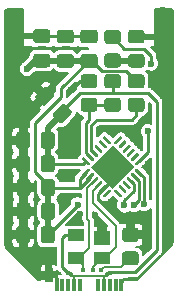
<source format=gbl>
%TF.GenerationSoftware,KiCad,Pcbnew,(5.1.9)-1*%
%TF.CreationDate,2021-07-10T22:32:32+01:00*%
%TF.ProjectId,DigiMesh Dongle,44696769-4d65-4736-9820-446f6e676c65,rev?*%
%TF.SameCoordinates,Original*%
%TF.FileFunction,Copper,L2,Bot*%
%TF.FilePolarity,Positive*%
%FSLAX46Y46*%
G04 Gerber Fmt 4.6, Leading zero omitted, Abs format (unit mm)*
G04 Created by KiCad (PCBNEW (5.1.9)-1) date 2021-07-10 22:32:32*
%MOMM*%
%LPD*%
G01*
G04 APERTURE LIST*
%TA.AperFunction,SMDPad,CuDef*%
%ADD10R,0.320000X1.000000*%
%TD*%
%TA.AperFunction,SMDPad,CuDef*%
%ADD11R,0.650000X1.150000*%
%TD*%
%TA.AperFunction,SMDPad,CuDef*%
%ADD12C,0.100000*%
%TD*%
%TA.AperFunction,SMDPad,CuDef*%
%ADD13R,1.400000X1.200000*%
%TD*%
%TA.AperFunction,SMDPad,CuDef*%
%ADD14R,1.400000X1.000000*%
%TD*%
%TA.AperFunction,ViaPad*%
%ADD15C,0.600000*%
%TD*%
%TA.AperFunction,ViaPad*%
%ADD16C,0.400000*%
%TD*%
%TA.AperFunction,Conductor*%
%ADD17C,0.250000*%
%TD*%
%TA.AperFunction,Conductor*%
%ADD18C,0.500000*%
%TD*%
%TA.AperFunction,Conductor*%
%ADD19C,0.200000*%
%TD*%
%TA.AperFunction,Conductor*%
%ADD20C,0.100000*%
%TD*%
G04 APERTURE END LIST*
D10*
%TO.P,J1,B12*%
%TO.N,GND*%
X135500000Y-69000000D03*
%TO.P,J1,B11*%
%TO.N,N/C*%
X135000000Y-69000000D03*
%TO.P,J1,B10*%
X134500000Y-69000000D03*
%TO.P,J1,B9*%
%TO.N,+5V*%
X134000000Y-69000000D03*
%TO.P,J1,B8*%
%TO.N,N/C*%
X133500000Y-69000000D03*
%TO.P,J1,B5*%
X132000000Y-69000000D03*
%TO.P,J1,B4*%
%TO.N,+5V*%
X131500000Y-69000000D03*
%TO.P,J1,B3*%
%TO.N,N/C*%
X131000000Y-69000000D03*
%TO.P,J1,B2*%
X130500000Y-69000000D03*
%TO.P,J1,B1*%
%TO.N,GND*%
X130000000Y-69000000D03*
D11*
%TO.P,J1,S1*%
X129330000Y-68160000D03*
%TD*%
%TO.P,U1,1*%
%TO.N,N/C*%
%TA.AperFunction,SMDPad,CuDef*%
G36*
G01*
X134016377Y-61589779D02*
X133927988Y-61501390D01*
G75*
G02*
X133927988Y-61413002I44194J44194D01*
G01*
X134422963Y-60918027D01*
G75*
G02*
X134511351Y-60918027I44194J-44194D01*
G01*
X134599740Y-61006416D01*
G75*
G02*
X134599740Y-61094804I-44194J-44194D01*
G01*
X134104765Y-61589779D01*
G75*
G02*
X134016377Y-61589779I-44194J44194D01*
G01*
G37*
%TD.AperFunction*%
%TO.P,U1,2*%
%TO.N,GND*%
%TA.AperFunction,SMDPad,CuDef*%
G36*
G01*
X133662824Y-61236225D02*
X133574435Y-61147836D01*
G75*
G02*
X133574435Y-61059448I44194J44194D01*
G01*
X134069410Y-60564473D01*
G75*
G02*
X134157798Y-60564473I44194J-44194D01*
G01*
X134246187Y-60652862D01*
G75*
G02*
X134246187Y-60741250I-44194J-44194D01*
G01*
X133751212Y-61236225D01*
G75*
G02*
X133662824Y-61236225I-44194J44194D01*
G01*
G37*
%TD.AperFunction*%
%TO.P,U1,3*%
%TO.N,D+*%
%TA.AperFunction,SMDPad,CuDef*%
G36*
G01*
X133309270Y-60882672D02*
X133220881Y-60794283D01*
G75*
G02*
X133220881Y-60705895I44194J44194D01*
G01*
X133715856Y-60210920D01*
G75*
G02*
X133804244Y-60210920I44194J-44194D01*
G01*
X133892633Y-60299309D01*
G75*
G02*
X133892633Y-60387697I-44194J-44194D01*
G01*
X133397658Y-60882672D01*
G75*
G02*
X133309270Y-60882672I-44194J44194D01*
G01*
G37*
%TD.AperFunction*%
%TO.P,U1,4*%
%TO.N,D-*%
%TA.AperFunction,SMDPad,CuDef*%
G36*
G01*
X132955717Y-60529119D02*
X132867328Y-60440730D01*
G75*
G02*
X132867328Y-60352342I44194J44194D01*
G01*
X133362303Y-59857367D01*
G75*
G02*
X133450691Y-59857367I44194J-44194D01*
G01*
X133539080Y-59945756D01*
G75*
G02*
X133539080Y-60034144I-44194J-44194D01*
G01*
X133044105Y-60529119D01*
G75*
G02*
X132955717Y-60529119I-44194J44194D01*
G01*
G37*
%TD.AperFunction*%
%TO.P,U1,5*%
%TO.N,+3V3*%
%TA.AperFunction,SMDPad,CuDef*%
G36*
G01*
X132602164Y-60175565D02*
X132513775Y-60087176D01*
G75*
G02*
X132513775Y-59998788I44194J44194D01*
G01*
X133008750Y-59503813D01*
G75*
G02*
X133097138Y-59503813I44194J-44194D01*
G01*
X133185527Y-59592202D01*
G75*
G02*
X133185527Y-59680590I-44194J-44194D01*
G01*
X132690552Y-60175565D01*
G75*
G02*
X132602164Y-60175565I-44194J44194D01*
G01*
G37*
%TD.AperFunction*%
%TO.P,U1,6*%
%TA.AperFunction,SMDPad,CuDef*%
G36*
G01*
X132248610Y-59822012D02*
X132160221Y-59733623D01*
G75*
G02*
X132160221Y-59645235I44194J44194D01*
G01*
X132655196Y-59150260D01*
G75*
G02*
X132743584Y-59150260I44194J-44194D01*
G01*
X132831973Y-59238649D01*
G75*
G02*
X132831973Y-59327037I-44194J-44194D01*
G01*
X132336998Y-59822012D01*
G75*
G02*
X132248610Y-59822012I-44194J44194D01*
G01*
G37*
%TD.AperFunction*%
%TO.P,U1,7*%
%TO.N,+5V*%
%TA.AperFunction,SMDPad,CuDef*%
G36*
G01*
X132655196Y-58849740D02*
X132160221Y-58354765D01*
G75*
G02*
X132160221Y-58266377I44194J44194D01*
G01*
X132248610Y-58177988D01*
G75*
G02*
X132336998Y-58177988I44194J-44194D01*
G01*
X132831973Y-58672963D01*
G75*
G02*
X132831973Y-58761351I-44194J-44194D01*
G01*
X132743584Y-58849740D01*
G75*
G02*
X132655196Y-58849740I-44194J44194D01*
G01*
G37*
%TD.AperFunction*%
%TO.P,U1,8*%
%TO.N,Net-(R3-Pad2)*%
%TA.AperFunction,SMDPad,CuDef*%
G36*
G01*
X133008750Y-58496187D02*
X132513775Y-58001212D01*
G75*
G02*
X132513775Y-57912824I44194J44194D01*
G01*
X132602164Y-57824435D01*
G75*
G02*
X132690552Y-57824435I44194J-44194D01*
G01*
X133185527Y-58319410D01*
G75*
G02*
X133185527Y-58407798I-44194J-44194D01*
G01*
X133097138Y-58496187D01*
G75*
G02*
X133008750Y-58496187I-44194J44194D01*
G01*
G37*
%TD.AperFunction*%
%TO.P,U1,9*%
%TO.N,Net-(R2-Pad2)*%
%TA.AperFunction,SMDPad,CuDef*%
G36*
G01*
X133362303Y-58142633D02*
X132867328Y-57647658D01*
G75*
G02*
X132867328Y-57559270I44194J44194D01*
G01*
X132955717Y-57470881D01*
G75*
G02*
X133044105Y-57470881I44194J-44194D01*
G01*
X133539080Y-57965856D01*
G75*
G02*
X133539080Y-58054244I-44194J-44194D01*
G01*
X133450691Y-58142633D01*
G75*
G02*
X133362303Y-58142633I-44194J44194D01*
G01*
G37*
%TD.AperFunction*%
%TO.P,U1,10*%
%TO.N,N/C*%
%TA.AperFunction,SMDPad,CuDef*%
G36*
G01*
X133715856Y-57789080D02*
X133220881Y-57294105D01*
G75*
G02*
X133220881Y-57205717I44194J44194D01*
G01*
X133309270Y-57117328D01*
G75*
G02*
X133397658Y-57117328I44194J-44194D01*
G01*
X133892633Y-57612303D01*
G75*
G02*
X133892633Y-57700691I-44194J-44194D01*
G01*
X133804244Y-57789080D01*
G75*
G02*
X133715856Y-57789080I-44194J44194D01*
G01*
G37*
%TD.AperFunction*%
%TO.P,U1,11*%
%TA.AperFunction,SMDPad,CuDef*%
G36*
G01*
X134069410Y-57435527D02*
X133574435Y-56940552D01*
G75*
G02*
X133574435Y-56852164I44194J44194D01*
G01*
X133662824Y-56763775D01*
G75*
G02*
X133751212Y-56763775I44194J-44194D01*
G01*
X134246187Y-57258750D01*
G75*
G02*
X134246187Y-57347138I-44194J-44194D01*
G01*
X134157798Y-57435527D01*
G75*
G02*
X134069410Y-57435527I-44194J44194D01*
G01*
G37*
%TD.AperFunction*%
%TO.P,U1,12*%
%TA.AperFunction,SMDPad,CuDef*%
G36*
G01*
X134422963Y-57081973D02*
X133927988Y-56586998D01*
G75*
G02*
X133927988Y-56498610I44194J44194D01*
G01*
X134016377Y-56410221D01*
G75*
G02*
X134104765Y-56410221I44194J-44194D01*
G01*
X134599740Y-56905196D01*
G75*
G02*
X134599740Y-56993584I-44194J-44194D01*
G01*
X134511351Y-57081973D01*
G75*
G02*
X134422963Y-57081973I-44194J44194D01*
G01*
G37*
%TD.AperFunction*%
%TO.P,U1,13*%
%TA.AperFunction,SMDPad,CuDef*%
G36*
G01*
X134988649Y-57081973D02*
X134900260Y-56993584D01*
G75*
G02*
X134900260Y-56905196I44194J44194D01*
G01*
X135395235Y-56410221D01*
G75*
G02*
X135483623Y-56410221I44194J-44194D01*
G01*
X135572012Y-56498610D01*
G75*
G02*
X135572012Y-56586998I-44194J-44194D01*
G01*
X135077037Y-57081973D01*
G75*
G02*
X134988649Y-57081973I-44194J44194D01*
G01*
G37*
%TD.AperFunction*%
%TO.P,U1,14*%
%TA.AperFunction,SMDPad,CuDef*%
G36*
G01*
X135342202Y-57435527D02*
X135253813Y-57347138D01*
G75*
G02*
X135253813Y-57258750I44194J44194D01*
G01*
X135748788Y-56763775D01*
G75*
G02*
X135837176Y-56763775I44194J-44194D01*
G01*
X135925565Y-56852164D01*
G75*
G02*
X135925565Y-56940552I-44194J-44194D01*
G01*
X135430590Y-57435527D01*
G75*
G02*
X135342202Y-57435527I-44194J44194D01*
G01*
G37*
%TD.AperFunction*%
%TO.P,U1,15*%
%TA.AperFunction,SMDPad,CuDef*%
G36*
G01*
X135695756Y-57789080D02*
X135607367Y-57700691D01*
G75*
G02*
X135607367Y-57612303I44194J44194D01*
G01*
X136102342Y-57117328D01*
G75*
G02*
X136190730Y-57117328I44194J-44194D01*
G01*
X136279119Y-57205717D01*
G75*
G02*
X136279119Y-57294105I-44194J-44194D01*
G01*
X135784144Y-57789080D01*
G75*
G02*
X135695756Y-57789080I-44194J44194D01*
G01*
G37*
%TD.AperFunction*%
%TO.P,U1,16*%
%TA.AperFunction,SMDPad,CuDef*%
G36*
G01*
X136049309Y-58142633D02*
X135960920Y-58054244D01*
G75*
G02*
X135960920Y-57965856I44194J44194D01*
G01*
X136455895Y-57470881D01*
G75*
G02*
X136544283Y-57470881I44194J-44194D01*
G01*
X136632672Y-57559270D01*
G75*
G02*
X136632672Y-57647658I-44194J-44194D01*
G01*
X136137697Y-58142633D01*
G75*
G02*
X136049309Y-58142633I-44194J44194D01*
G01*
G37*
%TD.AperFunction*%
%TO.P,U1,17*%
%TA.AperFunction,SMDPad,CuDef*%
G36*
G01*
X136402862Y-58496187D02*
X136314473Y-58407798D01*
G75*
G02*
X136314473Y-58319410I44194J44194D01*
G01*
X136809448Y-57824435D01*
G75*
G02*
X136897836Y-57824435I44194J-44194D01*
G01*
X136986225Y-57912824D01*
G75*
G02*
X136986225Y-58001212I-44194J-44194D01*
G01*
X136491250Y-58496187D01*
G75*
G02*
X136402862Y-58496187I-44194J44194D01*
G01*
G37*
%TD.AperFunction*%
%TO.P,U1,18*%
%TO.N,XB_RTS*%
%TA.AperFunction,SMDPad,CuDef*%
G36*
G01*
X136756416Y-58849740D02*
X136668027Y-58761351D01*
G75*
G02*
X136668027Y-58672963I44194J44194D01*
G01*
X137163002Y-58177988D01*
G75*
G02*
X137251390Y-58177988I44194J-44194D01*
G01*
X137339779Y-58266377D01*
G75*
G02*
X137339779Y-58354765I-44194J-44194D01*
G01*
X136844804Y-58849740D01*
G75*
G02*
X136756416Y-58849740I-44194J44194D01*
G01*
G37*
%TD.AperFunction*%
%TO.P,U1,19*%
%TO.N,XB_CTS*%
%TA.AperFunction,SMDPad,CuDef*%
G36*
G01*
X137163002Y-59822012D02*
X136668027Y-59327037D01*
G75*
G02*
X136668027Y-59238649I44194J44194D01*
G01*
X136756416Y-59150260D01*
G75*
G02*
X136844804Y-59150260I44194J-44194D01*
G01*
X137339779Y-59645235D01*
G75*
G02*
X137339779Y-59733623I-44194J-44194D01*
G01*
X137251390Y-59822012D01*
G75*
G02*
X137163002Y-59822012I-44194J44194D01*
G01*
G37*
%TD.AperFunction*%
%TO.P,U1,20*%
%TO.N,XB_TX*%
%TA.AperFunction,SMDPad,CuDef*%
G36*
G01*
X136809448Y-60175565D02*
X136314473Y-59680590D01*
G75*
G02*
X136314473Y-59592202I44194J44194D01*
G01*
X136402862Y-59503813D01*
G75*
G02*
X136491250Y-59503813I44194J-44194D01*
G01*
X136986225Y-59998788D01*
G75*
G02*
X136986225Y-60087176I-44194J-44194D01*
G01*
X136897836Y-60175565D01*
G75*
G02*
X136809448Y-60175565I-44194J44194D01*
G01*
G37*
%TD.AperFunction*%
%TO.P,U1,21*%
%TO.N,XB_RX*%
%TA.AperFunction,SMDPad,CuDef*%
G36*
G01*
X136455895Y-60529119D02*
X135960920Y-60034144D01*
G75*
G02*
X135960920Y-59945756I44194J44194D01*
G01*
X136049309Y-59857367D01*
G75*
G02*
X136137697Y-59857367I44194J-44194D01*
G01*
X136632672Y-60352342D01*
G75*
G02*
X136632672Y-60440730I-44194J-44194D01*
G01*
X136544283Y-60529119D01*
G75*
G02*
X136455895Y-60529119I-44194J44194D01*
G01*
G37*
%TD.AperFunction*%
%TO.P,U1,22*%
%TO.N,N/C*%
%TA.AperFunction,SMDPad,CuDef*%
G36*
G01*
X136102342Y-60882672D02*
X135607367Y-60387697D01*
G75*
G02*
X135607367Y-60299309I44194J44194D01*
G01*
X135695756Y-60210920D01*
G75*
G02*
X135784144Y-60210920I44194J-44194D01*
G01*
X136279119Y-60705895D01*
G75*
G02*
X136279119Y-60794283I-44194J-44194D01*
G01*
X136190730Y-60882672D01*
G75*
G02*
X136102342Y-60882672I-44194J44194D01*
G01*
G37*
%TD.AperFunction*%
%TO.P,U1,23*%
%TA.AperFunction,SMDPad,CuDef*%
G36*
G01*
X135748788Y-61236225D02*
X135253813Y-60741250D01*
G75*
G02*
X135253813Y-60652862I44194J44194D01*
G01*
X135342202Y-60564473D01*
G75*
G02*
X135430590Y-60564473I44194J-44194D01*
G01*
X135925565Y-61059448D01*
G75*
G02*
X135925565Y-61147836I-44194J-44194D01*
G01*
X135837176Y-61236225D01*
G75*
G02*
X135748788Y-61236225I-44194J44194D01*
G01*
G37*
%TD.AperFunction*%
%TO.P,U1,24*%
%TA.AperFunction,SMDPad,CuDef*%
G36*
G01*
X135395235Y-61589779D02*
X134900260Y-61094804D01*
G75*
G02*
X134900260Y-61006416I44194J44194D01*
G01*
X134988649Y-60918027D01*
G75*
G02*
X135077037Y-60918027I44194J-44194D01*
G01*
X135572012Y-61413002D01*
G75*
G02*
X135572012Y-61501390I-44194J-44194D01*
G01*
X135483623Y-61589779D01*
G75*
G02*
X135395235Y-61589779I-44194J44194D01*
G01*
G37*
%TD.AperFunction*%
%TA.AperFunction,SMDPad,CuDef*%
D12*
%TO.P,U1,25*%
%TO.N,GND*%
G36*
X134750000Y-60838478D02*
G01*
X132911522Y-59000000D01*
X134750000Y-57161522D01*
X136588478Y-59000000D01*
X134750000Y-60838478D01*
G37*
%TD.AperFunction*%
%TD*%
%TO.P,R5,1*%
%TO.N,Net-(R5-Pad1)*%
%TA.AperFunction,SMDPad,CuDef*%
G36*
G01*
X134299999Y-47400000D02*
X135200001Y-47400000D01*
G75*
G02*
X135450000Y-47649999I0J-249999D01*
G01*
X135450000Y-48350001D01*
G75*
G02*
X135200001Y-48600000I-249999J0D01*
G01*
X134299999Y-48600000D01*
G75*
G02*
X134050000Y-48350001I0J249999D01*
G01*
X134050000Y-47649999D01*
G75*
G02*
X134299999Y-47400000I249999J0D01*
G01*
G37*
%TD.AperFunction*%
%TO.P,R5,2*%
%TO.N,Net-(D2-Pad2)*%
%TA.AperFunction,SMDPad,CuDef*%
G36*
G01*
X134299999Y-49400000D02*
X135200001Y-49400000D01*
G75*
G02*
X135450000Y-49649999I0J-249999D01*
G01*
X135450000Y-50350001D01*
G75*
G02*
X135200001Y-50600000I-249999J0D01*
G01*
X134299999Y-50600000D01*
G75*
G02*
X134050000Y-50350001I0J249999D01*
G01*
X134050000Y-49649999D01*
G75*
G02*
X134299999Y-49400000I249999J0D01*
G01*
G37*
%TD.AperFunction*%
%TD*%
%TO.P,R4,1*%
%TO.N,Net-(R3-Pad2)*%
%TA.AperFunction,SMDPad,CuDef*%
G36*
G01*
X133200001Y-54350000D02*
X132299999Y-54350000D01*
G75*
G02*
X132050000Y-54100001I0J249999D01*
G01*
X132050000Y-53399999D01*
G75*
G02*
X132299999Y-53150000I249999J0D01*
G01*
X133200001Y-53150000D01*
G75*
G02*
X133450000Y-53399999I0J-249999D01*
G01*
X133450000Y-54100001D01*
G75*
G02*
X133200001Y-54350000I-249999J0D01*
G01*
G37*
%TD.AperFunction*%
%TO.P,R4,2*%
%TO.N,GND*%
%TA.AperFunction,SMDPad,CuDef*%
G36*
G01*
X133200001Y-52350000D02*
X132299999Y-52350000D01*
G75*
G02*
X132050000Y-52100001I0J249999D01*
G01*
X132050000Y-51399999D01*
G75*
G02*
X132299999Y-51150000I249999J0D01*
G01*
X133200001Y-51150000D01*
G75*
G02*
X133450000Y-51399999I0J-249999D01*
G01*
X133450000Y-52100001D01*
G75*
G02*
X133200001Y-52350000I-249999J0D01*
G01*
G37*
%TD.AperFunction*%
%TD*%
%TO.P,R3,1*%
%TO.N,+5V*%
%TA.AperFunction,SMDPad,CuDef*%
G36*
G01*
X134299999Y-51150000D02*
X135200001Y-51150000D01*
G75*
G02*
X135450000Y-51399999I0J-249999D01*
G01*
X135450000Y-52100001D01*
G75*
G02*
X135200001Y-52350000I-249999J0D01*
G01*
X134299999Y-52350000D01*
G75*
G02*
X134050000Y-52100001I0J249999D01*
G01*
X134050000Y-51399999D01*
G75*
G02*
X134299999Y-51150000I249999J0D01*
G01*
G37*
%TD.AperFunction*%
%TO.P,R3,2*%
%TO.N,Net-(R3-Pad2)*%
%TA.AperFunction,SMDPad,CuDef*%
G36*
G01*
X134299999Y-53150000D02*
X135200001Y-53150000D01*
G75*
G02*
X135450000Y-53399999I0J-249999D01*
G01*
X135450000Y-54100001D01*
G75*
G02*
X135200001Y-54350000I-249999J0D01*
G01*
X134299999Y-54350000D01*
G75*
G02*
X134050000Y-54100001I0J249999D01*
G01*
X134050000Y-53399999D01*
G75*
G02*
X134299999Y-53150000I249999J0D01*
G01*
G37*
%TD.AperFunction*%
%TD*%
%TO.P,R2,1*%
%TO.N,+3V3*%
%TA.AperFunction,SMDPad,CuDef*%
G36*
G01*
X136299999Y-51150000D02*
X137200001Y-51150000D01*
G75*
G02*
X137450000Y-51399999I0J-249999D01*
G01*
X137450000Y-52100001D01*
G75*
G02*
X137200001Y-52350000I-249999J0D01*
G01*
X136299999Y-52350000D01*
G75*
G02*
X136050000Y-52100001I0J249999D01*
G01*
X136050000Y-51399999D01*
G75*
G02*
X136299999Y-51150000I249999J0D01*
G01*
G37*
%TD.AperFunction*%
%TO.P,R2,2*%
%TO.N,Net-(R2-Pad2)*%
%TA.AperFunction,SMDPad,CuDef*%
G36*
G01*
X136299999Y-53150000D02*
X137200001Y-53150000D01*
G75*
G02*
X137450000Y-53399999I0J-249999D01*
G01*
X137450000Y-54100001D01*
G75*
G02*
X137200001Y-54350000I-249999J0D01*
G01*
X136299999Y-54350000D01*
G75*
G02*
X136050000Y-54100001I0J249999D01*
G01*
X136050000Y-53399999D01*
G75*
G02*
X136299999Y-53150000I249999J0D01*
G01*
G37*
%TD.AperFunction*%
%TD*%
%TO.P,R1,1*%
%TO.N,Net-(J1-PadA5)*%
%TA.AperFunction,SMDPad,CuDef*%
G36*
G01*
X136700001Y-67350000D02*
X135799999Y-67350000D01*
G75*
G02*
X135550000Y-67100001I0J249999D01*
G01*
X135550000Y-66399999D01*
G75*
G02*
X135799999Y-66150000I249999J0D01*
G01*
X136700001Y-66150000D01*
G75*
G02*
X136950000Y-66399999I0J-249999D01*
G01*
X136950000Y-67100001D01*
G75*
G02*
X136700001Y-67350000I-249999J0D01*
G01*
G37*
%TD.AperFunction*%
%TO.P,R1,2*%
%TO.N,GND*%
%TA.AperFunction,SMDPad,CuDef*%
G36*
G01*
X136700001Y-65350000D02*
X135799999Y-65350000D01*
G75*
G02*
X135550000Y-65100001I0J249999D01*
G01*
X135550000Y-64399999D01*
G75*
G02*
X135799999Y-64150000I249999J0D01*
G01*
X136700001Y-64150000D01*
G75*
G02*
X136950000Y-64399999I0J-249999D01*
G01*
X136950000Y-65100001D01*
G75*
G02*
X136700001Y-65350000I-249999J0D01*
G01*
G37*
%TD.AperFunction*%
%TD*%
%TO.P,D2,1*%
%TO.N,GND*%
%TA.AperFunction,SMDPad,CuDef*%
G36*
G01*
X136299999Y-47400000D02*
X137200001Y-47400000D01*
G75*
G02*
X137450000Y-47649999I0J-249999D01*
G01*
X137450000Y-48300001D01*
G75*
G02*
X137200001Y-48550000I-249999J0D01*
G01*
X136299999Y-48550000D01*
G75*
G02*
X136050000Y-48300001I0J249999D01*
G01*
X136050000Y-47649999D01*
G75*
G02*
X136299999Y-47400000I249999J0D01*
G01*
G37*
%TD.AperFunction*%
%TO.P,D2,2*%
%TO.N,Net-(D2-Pad2)*%
%TA.AperFunction,SMDPad,CuDef*%
G36*
G01*
X136299999Y-49450000D02*
X137200001Y-49450000D01*
G75*
G02*
X137450000Y-49699999I0J-249999D01*
G01*
X137450000Y-50350001D01*
G75*
G02*
X137200001Y-50600000I-249999J0D01*
G01*
X136299999Y-50600000D01*
G75*
G02*
X136050000Y-50350001I0J249999D01*
G01*
X136050000Y-49699999D01*
G75*
G02*
X136299999Y-49450000I249999J0D01*
G01*
G37*
%TD.AperFunction*%
%TD*%
D13*
%TO.P,D1,1*%
%TO.N,GND*%
X133850000Y-64980000D03*
D14*
%TO.P,D1,2*%
%TO.N,D+*%
X133850000Y-66700000D03*
%TO.P,D1,3*%
%TO.N,D-*%
X131650000Y-66700000D03*
%TO.P,D1,4*%
%TO.N,+5V*%
X131650000Y-64800000D03*
%TD*%
%TO.P,C9,1*%
%TO.N,GND*%
%TA.AperFunction,SMDPad,CuDef*%
G36*
G01*
X128275000Y-47337500D02*
X129225000Y-47337500D01*
G75*
G02*
X129475000Y-47587500I0J-250000D01*
G01*
X129475000Y-48262500D01*
G75*
G02*
X129225000Y-48512500I-250000J0D01*
G01*
X128275000Y-48512500D01*
G75*
G02*
X128025000Y-48262500I0J250000D01*
G01*
X128025000Y-47587500D01*
G75*
G02*
X128275000Y-47337500I250000J0D01*
G01*
G37*
%TD.AperFunction*%
%TO.P,C9,2*%
%TO.N,+3V3*%
%TA.AperFunction,SMDPad,CuDef*%
G36*
G01*
X128275000Y-49412500D02*
X129225000Y-49412500D01*
G75*
G02*
X129475000Y-49662500I0J-250000D01*
G01*
X129475000Y-50337500D01*
G75*
G02*
X129225000Y-50587500I-250000J0D01*
G01*
X128275000Y-50587500D01*
G75*
G02*
X128025000Y-50337500I0J250000D01*
G01*
X128025000Y-49662500D01*
G75*
G02*
X128275000Y-49412500I250000J0D01*
G01*
G37*
%TD.AperFunction*%
%TD*%
%TO.P,C8,1*%
%TO.N,GND*%
%TA.AperFunction,SMDPad,CuDef*%
G36*
G01*
X130275000Y-47375000D02*
X131225000Y-47375000D01*
G75*
G02*
X131475000Y-47625000I0J-250000D01*
G01*
X131475000Y-48300000D01*
G75*
G02*
X131225000Y-48550000I-250000J0D01*
G01*
X130275000Y-48550000D01*
G75*
G02*
X130025000Y-48300000I0J250000D01*
G01*
X130025000Y-47625000D01*
G75*
G02*
X130275000Y-47375000I250000J0D01*
G01*
G37*
%TD.AperFunction*%
%TO.P,C8,2*%
%TO.N,+3V3*%
%TA.AperFunction,SMDPad,CuDef*%
G36*
G01*
X130275000Y-49450000D02*
X131225000Y-49450000D01*
G75*
G02*
X131475000Y-49700000I0J-250000D01*
G01*
X131475000Y-50375000D01*
G75*
G02*
X131225000Y-50625000I-250000J0D01*
G01*
X130275000Y-50625000D01*
G75*
G02*
X130025000Y-50375000I0J250000D01*
G01*
X130025000Y-49700000D01*
G75*
G02*
X130275000Y-49450000I250000J0D01*
G01*
G37*
%TD.AperFunction*%
%TD*%
%TO.P,C7,1*%
%TO.N,GND*%
%TA.AperFunction,SMDPad,CuDef*%
G36*
G01*
X132275000Y-47375000D02*
X133225000Y-47375000D01*
G75*
G02*
X133475000Y-47625000I0J-250000D01*
G01*
X133475000Y-48300000D01*
G75*
G02*
X133225000Y-48550000I-250000J0D01*
G01*
X132275000Y-48550000D01*
G75*
G02*
X132025000Y-48300000I0J250000D01*
G01*
X132025000Y-47625000D01*
G75*
G02*
X132275000Y-47375000I250000J0D01*
G01*
G37*
%TD.AperFunction*%
%TO.P,C7,2*%
%TO.N,+3V3*%
%TA.AperFunction,SMDPad,CuDef*%
G36*
G01*
X132275000Y-49450000D02*
X133225000Y-49450000D01*
G75*
G02*
X133475000Y-49700000I0J-250000D01*
G01*
X133475000Y-50375000D01*
G75*
G02*
X133225000Y-50625000I-250000J0D01*
G01*
X132275000Y-50625000D01*
G75*
G02*
X132025000Y-50375000I0J250000D01*
G01*
X132025000Y-49700000D01*
G75*
G02*
X132275000Y-49450000I250000J0D01*
G01*
G37*
%TD.AperFunction*%
%TD*%
%TO.P,C6,1*%
%TO.N,GND*%
%TA.AperFunction,SMDPad,CuDef*%
G36*
G01*
X126587500Y-59225000D02*
X126587500Y-58275000D01*
G75*
G02*
X126837500Y-58025000I250000J0D01*
G01*
X127512500Y-58025000D01*
G75*
G02*
X127762500Y-58275000I0J-250000D01*
G01*
X127762500Y-59225000D01*
G75*
G02*
X127512500Y-59475000I-250000J0D01*
G01*
X126837500Y-59475000D01*
G75*
G02*
X126587500Y-59225000I0J250000D01*
G01*
G37*
%TD.AperFunction*%
%TO.P,C6,2*%
%TO.N,+5V*%
%TA.AperFunction,SMDPad,CuDef*%
G36*
G01*
X128662500Y-59225000D02*
X128662500Y-58275000D01*
G75*
G02*
X128912500Y-58025000I250000J0D01*
G01*
X129587500Y-58025000D01*
G75*
G02*
X129837500Y-58275000I0J-250000D01*
G01*
X129837500Y-59225000D01*
G75*
G02*
X129587500Y-59475000I-250000J0D01*
G01*
X128912500Y-59475000D01*
G75*
G02*
X128662500Y-59225000I0J250000D01*
G01*
G37*
%TD.AperFunction*%
%TD*%
%TO.P,C5,1*%
%TO.N,GND*%
%TA.AperFunction,SMDPad,CuDef*%
G36*
G01*
X126587500Y-57225000D02*
X126587500Y-56275000D01*
G75*
G02*
X126837500Y-56025000I250000J0D01*
G01*
X127512500Y-56025000D01*
G75*
G02*
X127762500Y-56275000I0J-250000D01*
G01*
X127762500Y-57225000D01*
G75*
G02*
X127512500Y-57475000I-250000J0D01*
G01*
X126837500Y-57475000D01*
G75*
G02*
X126587500Y-57225000I0J250000D01*
G01*
G37*
%TD.AperFunction*%
%TO.P,C5,2*%
%TO.N,+5V*%
%TA.AperFunction,SMDPad,CuDef*%
G36*
G01*
X128662500Y-57225000D02*
X128662500Y-56275000D01*
G75*
G02*
X128912500Y-56025000I250000J0D01*
G01*
X129587500Y-56025000D01*
G75*
G02*
X129837500Y-56275000I0J-250000D01*
G01*
X129837500Y-57225000D01*
G75*
G02*
X129587500Y-57475000I-250000J0D01*
G01*
X128912500Y-57475000D01*
G75*
G02*
X128662500Y-57225000I0J250000D01*
G01*
G37*
%TD.AperFunction*%
%TD*%
%TO.P,C4,1*%
%TO.N,GND*%
%TA.AperFunction,SMDPad,CuDef*%
G36*
G01*
X128265076Y-52936827D02*
X128936827Y-52265076D01*
G75*
G02*
X129290381Y-52265076I176777J-176777D01*
G01*
X129767678Y-52742373D01*
G75*
G02*
X129767678Y-53095927I-176777J-176777D01*
G01*
X129095927Y-53767678D01*
G75*
G02*
X128742373Y-53767678I-176777J176777D01*
G01*
X128265076Y-53290381D01*
G75*
G02*
X128265076Y-52936827I176777J176777D01*
G01*
G37*
%TD.AperFunction*%
%TO.P,C4,2*%
%TO.N,+5V*%
%TA.AperFunction,SMDPad,CuDef*%
G36*
G01*
X129732322Y-54404073D02*
X130404073Y-53732322D01*
G75*
G02*
X130757627Y-53732322I176777J-176777D01*
G01*
X131234924Y-54209619D01*
G75*
G02*
X131234924Y-54563173I-176777J-176777D01*
G01*
X130563173Y-55234924D01*
G75*
G02*
X130209619Y-55234924I-176777J176777D01*
G01*
X129732322Y-54757627D01*
G75*
G02*
X129732322Y-54404073I176777J176777D01*
G01*
G37*
%TD.AperFunction*%
%TD*%
%TO.P,C3,1*%
%TO.N,GND*%
%TA.AperFunction,SMDPad,CuDef*%
G36*
G01*
X126625000Y-61225000D02*
X126625000Y-60275000D01*
G75*
G02*
X126875000Y-60025000I250000J0D01*
G01*
X127550000Y-60025000D01*
G75*
G02*
X127800000Y-60275000I0J-250000D01*
G01*
X127800000Y-61225000D01*
G75*
G02*
X127550000Y-61475000I-250000J0D01*
G01*
X126875000Y-61475000D01*
G75*
G02*
X126625000Y-61225000I0J250000D01*
G01*
G37*
%TD.AperFunction*%
%TO.P,C3,2*%
%TO.N,+3V3*%
%TA.AperFunction,SMDPad,CuDef*%
G36*
G01*
X128700000Y-61225000D02*
X128700000Y-60275000D01*
G75*
G02*
X128950000Y-60025000I250000J0D01*
G01*
X129625000Y-60025000D01*
G75*
G02*
X129875000Y-60275000I0J-250000D01*
G01*
X129875000Y-61225000D01*
G75*
G02*
X129625000Y-61475000I-250000J0D01*
G01*
X128950000Y-61475000D01*
G75*
G02*
X128700000Y-61225000I0J250000D01*
G01*
G37*
%TD.AperFunction*%
%TD*%
%TO.P,C2,1*%
%TO.N,GND*%
%TA.AperFunction,SMDPad,CuDef*%
G36*
G01*
X126625000Y-63225000D02*
X126625000Y-62275000D01*
G75*
G02*
X126875000Y-62025000I250000J0D01*
G01*
X127550000Y-62025000D01*
G75*
G02*
X127800000Y-62275000I0J-250000D01*
G01*
X127800000Y-63225000D01*
G75*
G02*
X127550000Y-63475000I-250000J0D01*
G01*
X126875000Y-63475000D01*
G75*
G02*
X126625000Y-63225000I0J250000D01*
G01*
G37*
%TD.AperFunction*%
%TO.P,C2,2*%
%TO.N,+3V3*%
%TA.AperFunction,SMDPad,CuDef*%
G36*
G01*
X128700000Y-63225000D02*
X128700000Y-62275000D01*
G75*
G02*
X128950000Y-62025000I250000J0D01*
G01*
X129625000Y-62025000D01*
G75*
G02*
X129875000Y-62275000I0J-250000D01*
G01*
X129875000Y-63225000D01*
G75*
G02*
X129625000Y-63475000I-250000J0D01*
G01*
X128950000Y-63475000D01*
G75*
G02*
X128700000Y-63225000I0J250000D01*
G01*
G37*
%TD.AperFunction*%
%TD*%
%TO.P,C1,1*%
%TO.N,GND*%
%TA.AperFunction,SMDPad,CuDef*%
G36*
G01*
X126587500Y-65225000D02*
X126587500Y-64275000D01*
G75*
G02*
X126837500Y-64025000I250000J0D01*
G01*
X127512500Y-64025000D01*
G75*
G02*
X127762500Y-64275000I0J-250000D01*
G01*
X127762500Y-65225000D01*
G75*
G02*
X127512500Y-65475000I-250000J0D01*
G01*
X126837500Y-65475000D01*
G75*
G02*
X126587500Y-65225000I0J250000D01*
G01*
G37*
%TD.AperFunction*%
%TO.P,C1,2*%
%TO.N,+3V3*%
%TA.AperFunction,SMDPad,CuDef*%
G36*
G01*
X128662500Y-65225000D02*
X128662500Y-64275000D01*
G75*
G02*
X128912500Y-64025000I250000J0D01*
G01*
X129587500Y-64025000D01*
G75*
G02*
X129837500Y-64275000I0J-250000D01*
G01*
X129837500Y-65225000D01*
G75*
G02*
X129587500Y-65475000I-250000J0D01*
G01*
X128912500Y-65475000D01*
G75*
G02*
X128662500Y-65225000I0J250000D01*
G01*
G37*
%TD.AperFunction*%
%TD*%
D15*
%TO.N,+3V3*%
X127500005Y-50700005D03*
X131800000Y-62200004D03*
%TO.N,GND*%
X126000000Y-65750000D03*
X128250000Y-66250000D03*
X130800000Y-62200000D03*
X130800000Y-59800000D03*
X133300000Y-63100000D03*
X139500000Y-65500000D03*
X128500000Y-51500000D03*
X128400000Y-68200000D03*
X130800000Y-57800000D03*
X131800000Y-55600000D03*
X132000000Y-63000000D03*
X134750008Y-62250000D03*
X131250000Y-52500000D03*
X139000000Y-45750000D03*
X126000000Y-46000000D03*
X126000000Y-47250000D03*
X134000000Y-55750000D03*
X137750000Y-58750000D03*
D16*
%TO.N,+5V*%
X134500000Y-68000000D03*
X131000000Y-68000000D03*
%TO.N,D+*%
X133075000Y-67749994D03*
%TO.N,D-*%
X132250000Y-67749992D03*
%TO.N,Net-(J1-PadA5)*%
X133800000Y-67750002D03*
D15*
%TO.N,Net-(R5-Pad1)*%
X138000000Y-50250000D03*
%TO.N,XB_RX*%
X135750029Y-62250000D03*
%TO.N,XB_TX*%
X136559893Y-62190107D03*
%TO.N,XB_CTS*%
X137407769Y-62157769D03*
%TO.N,XB_RTS*%
X137750000Y-56000000D03*
%TD*%
D17*
%TO.N,+3V3*%
X132496097Y-59503903D02*
X132496097Y-59486136D01*
X132000000Y-60000000D02*
X132496097Y-59503903D01*
X132000000Y-60750000D02*
X132000000Y-60000000D01*
X132849651Y-59900349D02*
X132000000Y-60750000D01*
X132849651Y-59839689D02*
X132849651Y-59900349D01*
D18*
X129287500Y-64712500D02*
X129250000Y-64750000D01*
X129287500Y-60750000D02*
X129287500Y-64712500D01*
D17*
X129287500Y-60750000D02*
X131232233Y-60750000D01*
X132000000Y-60750000D02*
X131232233Y-60750000D01*
D18*
X128787500Y-50037500D02*
X128750000Y-50000000D01*
X132750000Y-50037500D02*
X128787500Y-50037500D01*
X128750000Y-50000000D02*
X128200010Y-50000000D01*
X128200010Y-50000000D02*
X127500005Y-50700005D01*
D17*
X131799996Y-62200004D02*
X131800000Y-62200004D01*
X129250000Y-64750000D02*
X131799996Y-62200004D01*
X132750000Y-50037500D02*
X133037500Y-50037500D01*
X135875000Y-50875000D02*
X136750000Y-51750000D01*
X133875000Y-50875000D02*
X135875000Y-50875000D01*
X133037500Y-50037500D02*
X133875000Y-50875000D01*
X130400000Y-52350000D02*
X132712500Y-50037500D01*
X130400000Y-53100000D02*
X130400000Y-52350000D01*
X128200000Y-55300000D02*
X130400000Y-53100000D01*
X132712500Y-50037500D02*
X132750000Y-50037500D01*
X128200000Y-59450000D02*
X128200000Y-55300000D01*
X129287500Y-60537500D02*
X128200000Y-59450000D01*
X129287500Y-60750000D02*
X129287500Y-60537500D01*
%TO.N,GND*%
X133850000Y-63650000D02*
X133300000Y-63100000D01*
X133850000Y-64980000D02*
X133850000Y-63650000D01*
X135500000Y-69000000D02*
X135500000Y-68700000D01*
X135500000Y-68700000D02*
X135700000Y-68500000D01*
X135700000Y-68500000D02*
X136100000Y-68500000D01*
X134750000Y-60060660D02*
X134750000Y-59000000D01*
X133910311Y-60900349D02*
X134750000Y-60060660D01*
X130000000Y-68400000D02*
X130000000Y-69000000D01*
X129800000Y-68200000D02*
X130000000Y-68400000D01*
X129370000Y-68200000D02*
X129800000Y-68200000D01*
X129330000Y-68160000D02*
X129370000Y-68200000D01*
X129290000Y-68200000D02*
X129330000Y-68160000D01*
X128400000Y-68200000D02*
X129290000Y-68200000D01*
X136250000Y-63749992D02*
X134750008Y-62250000D01*
X136250000Y-64750000D02*
X136250000Y-63749992D01*
X134000000Y-62250000D02*
X134750008Y-62250000D01*
X133500000Y-61750000D02*
X134000000Y-62250000D01*
X133500000Y-61310660D02*
X133500000Y-61750000D01*
X133910311Y-60900349D02*
X133500000Y-61310660D01*
X132712500Y-47925000D02*
X132750000Y-47962500D01*
X128750000Y-47925000D02*
X132712500Y-47925000D01*
X132750000Y-51750000D02*
X132000000Y-51750000D01*
X132000000Y-51750000D02*
X131250000Y-52500000D01*
X136775000Y-48000000D02*
X136750000Y-47975000D01*
D18*
X136750000Y-47975000D02*
X138725000Y-47975000D01*
X128750000Y-47925000D02*
X126825000Y-47925000D01*
D19*
%TO.N,+5V*%
X134300000Y-68000000D02*
X134500000Y-68000000D01*
X134000000Y-68300000D02*
X134300000Y-68000000D01*
X134000000Y-69000000D02*
X134000000Y-68300000D01*
X131200000Y-68000000D02*
X131000000Y-68000000D01*
X131500000Y-68300000D02*
X131200000Y-68000000D01*
X131500000Y-69000000D02*
X131500000Y-68300000D01*
D17*
X132000000Y-52750000D02*
X134750000Y-52750000D01*
X130483623Y-54266377D02*
X132000000Y-52750000D01*
X130483623Y-54483623D02*
X130483623Y-54266377D01*
X134750000Y-51750000D02*
X134750000Y-52750000D01*
D18*
X129250000Y-58750000D02*
X129250000Y-56750000D01*
X129250000Y-55717246D02*
X130483623Y-54483623D01*
X129250000Y-56750000D02*
X129250000Y-55717246D01*
D17*
X132496097Y-58513864D02*
X132259961Y-58750000D01*
X132259961Y-58750000D02*
X129250000Y-58750000D01*
X131650000Y-64800000D02*
X130700000Y-64800000D01*
X130700000Y-64800000D02*
X130500000Y-65000000D01*
X130500000Y-67500000D02*
X131000000Y-68000000D01*
X130500000Y-65000000D02*
X130500000Y-67500000D01*
D19*
X131000000Y-68000000D02*
X131250000Y-68250000D01*
X131250000Y-68250000D02*
X134250000Y-68250000D01*
X134250000Y-68250000D02*
X134500000Y-68000000D01*
D17*
X138500000Y-66075000D02*
X138500000Y-53500000D01*
X137500000Y-52750000D02*
X134750000Y-52750000D01*
X138500000Y-53500000D02*
X137750000Y-52750000D01*
X134500000Y-68000000D02*
X134600000Y-67900000D01*
X134600000Y-67900000D02*
X136675000Y-67900000D01*
X136675000Y-67900000D02*
X138500000Y-66075000D01*
X137750000Y-52750000D02*
X137500000Y-52750000D01*
%TO.N,D+*%
X133850000Y-66700000D02*
X133450000Y-66700000D01*
D19*
X133850000Y-66700000D02*
X133075000Y-67475000D01*
X133075000Y-67475000D02*
X133075000Y-67749994D01*
X134100000Y-66700000D02*
X133850000Y-66700000D01*
X135000000Y-65800000D02*
X134100000Y-66700000D01*
X135000000Y-64000000D02*
X135000000Y-65800000D01*
X133050011Y-62050011D02*
X135000000Y-64000000D01*
X133050011Y-61049989D02*
X133050011Y-62050011D01*
X133553204Y-60546796D02*
X133050011Y-61049989D01*
X133556757Y-60546796D02*
X133553204Y-60546796D01*
%TO.N,D-*%
X131650000Y-66700000D02*
X132250000Y-67300000D01*
X132250000Y-67300000D02*
X132250000Y-67749992D01*
X131900000Y-66700000D02*
X131650000Y-66700000D01*
X132750000Y-65850000D02*
X131900000Y-66700000D01*
X132750000Y-63550000D02*
X132750000Y-65850000D01*
X132600000Y-60800000D02*
X132600000Y-63400000D01*
X132600000Y-63400000D02*
X132750000Y-63550000D01*
X133203204Y-60196796D02*
X132600000Y-60800000D01*
X133203204Y-60193243D02*
X133203204Y-60196796D01*
D18*
%TO.N,Net-(D2-Pad2)*%
X136725000Y-50000000D02*
X136750000Y-50025000D01*
X134750000Y-50000000D02*
X136725000Y-50000000D01*
D19*
%TO.N,Net-(J1-PadA5)*%
X136250000Y-66750000D02*
X135500000Y-67500000D01*
X135500000Y-67500000D02*
X134050002Y-67500000D01*
X134050002Y-67500000D02*
X133800000Y-67750002D01*
D17*
%TO.N,Net-(R2-Pad2)*%
X136750000Y-54650000D02*
X136750000Y-53750000D01*
X136400000Y-55000000D02*
X136750000Y-54650000D01*
X133400000Y-55000000D02*
X136400000Y-55000000D01*
X132927565Y-55472435D02*
X133400000Y-55000000D01*
X132927565Y-57531118D02*
X132927565Y-55472435D01*
X133203204Y-57806757D02*
X132927565Y-57531118D01*
%TO.N,Net-(R3-Pad2)*%
X132750000Y-53750000D02*
X134750000Y-53750000D01*
X132750000Y-55050000D02*
X132750000Y-53750000D01*
X132500000Y-55300000D02*
X132750000Y-55050000D01*
X132500000Y-57810660D02*
X132500000Y-55300000D01*
X132849651Y-58160311D02*
X132500000Y-57810660D01*
%TO.N,Net-(R5-Pad1)*%
X138000000Y-49575736D02*
X138000000Y-50250000D01*
X137424264Y-49000000D02*
X138000000Y-49575736D01*
X135750000Y-49000000D02*
X137424264Y-49000000D01*
X134750000Y-48000000D02*
X135750000Y-49000000D01*
%TO.N,XB_RX*%
X136572433Y-60468880D02*
X136572433Y-61003332D01*
X135750029Y-61825736D02*
X135750029Y-62250000D01*
X136296796Y-60193243D02*
X136572433Y-60468880D01*
X136572433Y-61003332D02*
X135750029Y-61825736D01*
%TO.N,XB_TX*%
X136972444Y-61777556D02*
X136559893Y-62190107D01*
X136972444Y-60161784D02*
X136972444Y-61777556D01*
X136650349Y-59839689D02*
X136972444Y-60161784D01*
%TO.N,XB_CTS*%
X137407769Y-59870994D02*
X137407769Y-62157769D01*
X137022911Y-59486136D02*
X137407769Y-59870994D01*
X137003903Y-59486136D02*
X137022911Y-59486136D01*
%TO.N,XB_RTS*%
X137750000Y-57767767D02*
X137750000Y-57750000D01*
X137750000Y-57750000D02*
X137750000Y-56000000D01*
X137003903Y-58513864D02*
X137750000Y-57767767D01*
%TD*%
D19*
%TO.N,GND*%
X135621849Y-68702977D02*
X135617251Y-68706728D01*
X135587176Y-68731609D01*
X135561935Y-68757027D01*
X135561935Y-68700000D01*
X135626398Y-68700000D01*
X135621849Y-68702977D01*
%TA.AperFunction,Conductor*%
D20*
G36*
X135621849Y-68702977D02*
G01*
X135617251Y-68706728D01*
X135587176Y-68731609D01*
X135561935Y-68757027D01*
X135561935Y-68700000D01*
X135626398Y-68700000D01*
X135621849Y-68702977D01*
G37*
%TD.AperFunction*%
D19*
X139764174Y-45678428D02*
X139777802Y-45682543D01*
X139790377Y-45689229D01*
X139801408Y-45698225D01*
X139810489Y-45709203D01*
X139817263Y-45721730D01*
X139821472Y-45735326D01*
X139823533Y-45754940D01*
X139823528Y-65379211D01*
X139813462Y-65481867D01*
X139789686Y-65560619D01*
X139751067Y-65633249D01*
X139686319Y-65712640D01*
X136823960Y-68575000D01*
X136060484Y-68575000D01*
X136061935Y-68500000D01*
X136054548Y-68425000D01*
X136649220Y-68425000D01*
X136675000Y-68427539D01*
X136700780Y-68425000D01*
X136700788Y-68425000D01*
X136777918Y-68417403D01*
X136876881Y-68387383D01*
X136968086Y-68338633D01*
X137048027Y-68273027D01*
X137064471Y-68252990D01*
X138853001Y-66464462D01*
X138873027Y-66448027D01*
X138889462Y-66428001D01*
X138889466Y-66427997D01*
X138922291Y-66387999D01*
X138938633Y-66368086D01*
X138987383Y-66276881D01*
X139017403Y-66177918D01*
X139025000Y-66100788D01*
X139025000Y-66100787D01*
X139027540Y-66075000D01*
X139025000Y-66049212D01*
X139025000Y-53525779D01*
X139027539Y-53499999D01*
X139025000Y-53474219D01*
X139025000Y-53474212D01*
X139017403Y-53397082D01*
X138987383Y-53298119D01*
X138938633Y-53206914D01*
X138873027Y-53126973D01*
X138852995Y-53110534D01*
X138139471Y-52397010D01*
X138123027Y-52376973D01*
X138043086Y-52311367D01*
X137951881Y-52262617D01*
X137852918Y-52232597D01*
X137838206Y-52231148D01*
X137839408Y-52227187D01*
X137851935Y-52100001D01*
X137851935Y-51399999D01*
X137839408Y-51272813D01*
X137802309Y-51150515D01*
X137742064Y-51037804D01*
X137660988Y-50939012D01*
X137582989Y-50875000D01*
X137624467Y-50840960D01*
X137668426Y-50870332D01*
X137795818Y-50923099D01*
X137931056Y-50950000D01*
X138068944Y-50950000D01*
X138204182Y-50923099D01*
X138331574Y-50870332D01*
X138446224Y-50793726D01*
X138543726Y-50696224D01*
X138620332Y-50581574D01*
X138673099Y-50454182D01*
X138700000Y-50318944D01*
X138700000Y-50181056D01*
X138673099Y-50045818D01*
X138620332Y-49918426D01*
X138543726Y-49803776D01*
X138525000Y-49785050D01*
X138525000Y-49601524D01*
X138527540Y-49575736D01*
X138517403Y-49472818D01*
X138487383Y-49373855D01*
X138444211Y-49293086D01*
X138438633Y-49282650D01*
X138373027Y-49202709D01*
X138352995Y-49186269D01*
X138016725Y-48850000D01*
X138250000Y-48850000D01*
X138269509Y-48848079D01*
X138288268Y-48842388D01*
X138305557Y-48833147D01*
X138320711Y-48820711D01*
X138333147Y-48805557D01*
X138342388Y-48788268D01*
X138348079Y-48769509D01*
X138350000Y-48750000D01*
X138350000Y-45675000D01*
X139729213Y-45675000D01*
X139764174Y-45678428D01*
%TA.AperFunction,Conductor*%
D20*
G36*
X139764174Y-45678428D02*
G01*
X139777802Y-45682543D01*
X139790377Y-45689229D01*
X139801408Y-45698225D01*
X139810489Y-45709203D01*
X139817263Y-45721730D01*
X139821472Y-45735326D01*
X139823533Y-45754940D01*
X139823528Y-65379211D01*
X139813462Y-65481867D01*
X139789686Y-65560619D01*
X139751067Y-65633249D01*
X139686319Y-65712640D01*
X136823960Y-68575000D01*
X136060484Y-68575000D01*
X136061935Y-68500000D01*
X136054548Y-68425000D01*
X136649220Y-68425000D01*
X136675000Y-68427539D01*
X136700780Y-68425000D01*
X136700788Y-68425000D01*
X136777918Y-68417403D01*
X136876881Y-68387383D01*
X136968086Y-68338633D01*
X137048027Y-68273027D01*
X137064471Y-68252990D01*
X138853001Y-66464462D01*
X138873027Y-66448027D01*
X138889462Y-66428001D01*
X138889466Y-66427997D01*
X138922291Y-66387999D01*
X138938633Y-66368086D01*
X138987383Y-66276881D01*
X139017403Y-66177918D01*
X139025000Y-66100788D01*
X139025000Y-66100787D01*
X139027540Y-66075000D01*
X139025000Y-66049212D01*
X139025000Y-53525779D01*
X139027539Y-53499999D01*
X139025000Y-53474219D01*
X139025000Y-53474212D01*
X139017403Y-53397082D01*
X138987383Y-53298119D01*
X138938633Y-53206914D01*
X138873027Y-53126973D01*
X138852995Y-53110534D01*
X138139471Y-52397010D01*
X138123027Y-52376973D01*
X138043086Y-52311367D01*
X137951881Y-52262617D01*
X137852918Y-52232597D01*
X137838206Y-52231148D01*
X137839408Y-52227187D01*
X137851935Y-52100001D01*
X137851935Y-51399999D01*
X137839408Y-51272813D01*
X137802309Y-51150515D01*
X137742064Y-51037804D01*
X137660988Y-50939012D01*
X137582989Y-50875000D01*
X137624467Y-50840960D01*
X137668426Y-50870332D01*
X137795818Y-50923099D01*
X137931056Y-50950000D01*
X138068944Y-50950000D01*
X138204182Y-50923099D01*
X138331574Y-50870332D01*
X138446224Y-50793726D01*
X138543726Y-50696224D01*
X138620332Y-50581574D01*
X138673099Y-50454182D01*
X138700000Y-50318944D01*
X138700000Y-50181056D01*
X138673099Y-50045818D01*
X138620332Y-49918426D01*
X138543726Y-49803776D01*
X138525000Y-49785050D01*
X138525000Y-49601524D01*
X138527540Y-49575736D01*
X138517403Y-49472818D01*
X138487383Y-49373855D01*
X138444211Y-49293086D01*
X138438633Y-49282650D01*
X138373027Y-49202709D01*
X138352995Y-49186269D01*
X138016725Y-48850000D01*
X138250000Y-48850000D01*
X138269509Y-48848079D01*
X138288268Y-48842388D01*
X138305557Y-48833147D01*
X138320711Y-48820711D01*
X138333147Y-48805557D01*
X138342388Y-48788268D01*
X138348079Y-48769509D01*
X138350000Y-48750000D01*
X138350000Y-45675000D01*
X139729213Y-45675000D01*
X139764174Y-45678428D01*
G37*
%TD.AperFunction*%
D19*
X127150000Y-48750000D02*
X127151921Y-48769509D01*
X127157612Y-48788268D01*
X127166853Y-48805557D01*
X127179289Y-48820711D01*
X127194443Y-48833147D01*
X127211732Y-48842388D01*
X127230491Y-48848079D01*
X127250000Y-48850000D01*
X127807876Y-48850000D01*
X127871186Y-48883840D01*
X127946586Y-48906712D01*
X128025000Y-48914435D01*
X128350000Y-48912500D01*
X128412500Y-48850000D01*
X129087500Y-48850000D01*
X129150000Y-48912500D01*
X129475000Y-48914435D01*
X129553414Y-48906712D01*
X129628814Y-48883840D01*
X129692124Y-48850000D01*
X129760028Y-48850000D01*
X129801697Y-48884197D01*
X129871186Y-48921340D01*
X129946586Y-48944212D01*
X130025000Y-48951935D01*
X130350000Y-48950000D01*
X130450000Y-48850000D01*
X131050000Y-48850000D01*
X131150000Y-48950000D01*
X131475000Y-48951935D01*
X131553414Y-48944212D01*
X131628814Y-48921340D01*
X131698303Y-48884197D01*
X131739972Y-48850000D01*
X131760028Y-48850000D01*
X131801697Y-48884197D01*
X131871186Y-48921340D01*
X131946586Y-48944212D01*
X132025000Y-48951935D01*
X132350000Y-48950000D01*
X132449998Y-48850002D01*
X132449998Y-48950000D01*
X132650000Y-48950000D01*
X132650000Y-49048065D01*
X132275000Y-49048065D01*
X132147814Y-49060592D01*
X132025515Y-49097691D01*
X131912804Y-49157936D01*
X131814012Y-49239012D01*
X131750000Y-49317011D01*
X131685988Y-49239012D01*
X131587196Y-49157936D01*
X131474485Y-49097691D01*
X131352186Y-49060592D01*
X131225000Y-49048065D01*
X130275000Y-49048065D01*
X130147814Y-49060592D01*
X130025515Y-49097691D01*
X129912804Y-49157936D01*
X129814012Y-49239012D01*
X129765388Y-49298261D01*
X129685988Y-49201512D01*
X129587196Y-49120436D01*
X129474485Y-49060191D01*
X129352186Y-49023092D01*
X129225000Y-49010565D01*
X128275000Y-49010565D01*
X128147814Y-49023092D01*
X128025515Y-49060191D01*
X127912804Y-49120436D01*
X127814012Y-49201512D01*
X127732936Y-49300304D01*
X127672691Y-49413015D01*
X127635592Y-49535314D01*
X127623589Y-49657182D01*
X127224198Y-50056574D01*
X127168431Y-50079673D01*
X127053781Y-50156279D01*
X126956279Y-50253781D01*
X126879673Y-50368431D01*
X126826906Y-50495823D01*
X126800005Y-50631061D01*
X126800005Y-50768949D01*
X126826906Y-50904187D01*
X126879673Y-51031579D01*
X126956279Y-51146229D01*
X127053781Y-51243731D01*
X127168431Y-51320337D01*
X127295823Y-51373104D01*
X127431061Y-51400005D01*
X127568949Y-51400005D01*
X127704187Y-51373104D01*
X127831579Y-51320337D01*
X127946229Y-51243731D01*
X128043731Y-51146229D01*
X128120337Y-51031579D01*
X128143436Y-50975812D01*
X128143614Y-50975634D01*
X128147814Y-50976908D01*
X128275000Y-50989435D01*
X129225000Y-50989435D01*
X129352186Y-50976908D01*
X129474485Y-50939809D01*
X129587196Y-50879564D01*
X129685988Y-50798488D01*
X129734612Y-50739239D01*
X129814012Y-50835988D01*
X129912804Y-50917064D01*
X130025515Y-50977309D01*
X130147814Y-51014408D01*
X130275000Y-51026935D01*
X130980603Y-51026935D01*
X130047005Y-51960534D01*
X130026974Y-51976973D01*
X130010535Y-51997004D01*
X129961367Y-52056915D01*
X129912617Y-52148120D01*
X129882597Y-52247083D01*
X129878539Y-52288284D01*
X129875000Y-52324212D01*
X129875000Y-52324220D01*
X129872461Y-52350000D01*
X129875000Y-52375780D01*
X129875000Y-52582018D01*
X129440641Y-53016377D01*
X129454784Y-53030520D01*
X129030520Y-53454784D01*
X129016377Y-53440641D01*
X128503725Y-53953293D01*
X128503725Y-54094715D01*
X128582453Y-54175085D01*
X127847005Y-54910534D01*
X127826974Y-54926973D01*
X127810535Y-54947004D01*
X127761367Y-55006915D01*
X127712617Y-55098120D01*
X127682597Y-55197083D01*
X127672461Y-55300000D01*
X127675001Y-55325790D01*
X127675001Y-55623968D01*
X127575000Y-55625000D01*
X127475000Y-55725000D01*
X127475000Y-56450000D01*
X127495000Y-56450000D01*
X127495000Y-57050000D01*
X127475000Y-57050000D01*
X127475000Y-58450000D01*
X127495000Y-58450000D01*
X127495000Y-59050000D01*
X127475000Y-59050000D01*
X127475000Y-59775000D01*
X127512500Y-59812500D01*
X127512500Y-60450000D01*
X128100000Y-60450000D01*
X128200000Y-60350000D01*
X128200932Y-60193394D01*
X128298065Y-60290526D01*
X128298065Y-61225000D01*
X128310592Y-61352186D01*
X128347691Y-61474485D01*
X128407936Y-61587196D01*
X128489012Y-61685988D01*
X128567011Y-61750000D01*
X128489012Y-61814012D01*
X128407936Y-61912804D01*
X128347691Y-62025515D01*
X128310592Y-62147814D01*
X128298065Y-62275000D01*
X128298065Y-63225000D01*
X128310592Y-63352186D01*
X128347691Y-63474485D01*
X128407936Y-63587196D01*
X128489012Y-63685988D01*
X128548261Y-63734612D01*
X128451512Y-63814012D01*
X128370436Y-63912804D01*
X128310191Y-64025515D01*
X128273092Y-64147814D01*
X128260565Y-64275000D01*
X128260565Y-65225000D01*
X128273092Y-65352186D01*
X128310191Y-65474485D01*
X128370436Y-65587196D01*
X128451512Y-65685988D01*
X128550304Y-65767064D01*
X128663015Y-65827309D01*
X128785314Y-65864408D01*
X128912500Y-65876935D01*
X129587500Y-65876935D01*
X129714686Y-65864408D01*
X129836985Y-65827309D01*
X129949696Y-65767064D01*
X129975000Y-65746297D01*
X129975001Y-67344399D01*
X129939211Y-67300789D01*
X129878303Y-67250803D01*
X129808814Y-67213660D01*
X129733414Y-67190788D01*
X129655000Y-67183065D01*
X129655000Y-67185000D01*
X129555000Y-67285000D01*
X129555000Y-67860000D01*
X129955000Y-67860000D01*
X130047625Y-67767375D01*
X130061367Y-67793085D01*
X130074500Y-67809087D01*
X130126974Y-67873027D01*
X130147004Y-67889466D01*
X130355603Y-68098065D01*
X130340000Y-68098065D01*
X130261586Y-68105788D01*
X130250000Y-68109303D01*
X130238414Y-68105788D01*
X130160000Y-68098065D01*
X130160000Y-68100000D01*
X130060000Y-68200000D01*
X130060000Y-68212333D01*
X130055789Y-68215789D01*
X130005803Y-68276697D01*
X129968660Y-68346186D01*
X129945788Y-68421586D01*
X129942005Y-68460000D01*
X129940000Y-68460000D01*
X129940000Y-68200000D01*
X129840000Y-68100000D01*
X129840000Y-68098065D01*
X129761586Y-68105788D01*
X129686186Y-68128660D01*
X129616697Y-68165803D01*
X129555789Y-68215789D01*
X129505803Y-68276697D01*
X129468660Y-68346186D01*
X129445788Y-68421586D01*
X129440035Y-68480000D01*
X129105000Y-68480000D01*
X129105000Y-68460000D01*
X128705000Y-68460000D01*
X128605000Y-68560000D01*
X128604834Y-68575000D01*
X128425947Y-68575000D01*
X127435197Y-67585000D01*
X128603065Y-67585000D01*
X128605000Y-67760000D01*
X128705000Y-67860000D01*
X129105000Y-67860000D01*
X129105000Y-67285000D01*
X129005000Y-67185000D01*
X129005000Y-67183065D01*
X128926586Y-67190788D01*
X128851186Y-67213660D01*
X128781697Y-67250803D01*
X128720789Y-67300789D01*
X128670803Y-67361697D01*
X128633660Y-67431186D01*
X128610788Y-67506586D01*
X128603065Y-67585000D01*
X127435197Y-67585000D01*
X125814133Y-65965164D01*
X125748526Y-65885293D01*
X125709515Y-65812538D01*
X125685382Y-65733601D01*
X125675000Y-65631393D01*
X125675000Y-65475000D01*
X126185565Y-65475000D01*
X126193288Y-65553414D01*
X126216160Y-65628814D01*
X126253303Y-65698303D01*
X126303289Y-65759211D01*
X126364197Y-65809197D01*
X126433686Y-65846340D01*
X126509086Y-65869212D01*
X126587500Y-65876935D01*
X126775000Y-65875000D01*
X126875000Y-65775000D01*
X126875000Y-65050000D01*
X127475000Y-65050000D01*
X127475000Y-65775000D01*
X127575000Y-65875000D01*
X127762500Y-65876935D01*
X127840914Y-65869212D01*
X127916314Y-65846340D01*
X127985803Y-65809197D01*
X128046711Y-65759211D01*
X128096697Y-65698303D01*
X128133840Y-65628814D01*
X128156712Y-65553414D01*
X128164435Y-65475000D01*
X128162500Y-65150000D01*
X128062500Y-65050000D01*
X127475000Y-65050000D01*
X126875000Y-65050000D01*
X126287500Y-65050000D01*
X126187500Y-65150000D01*
X126185565Y-65475000D01*
X125675000Y-65475000D01*
X125675000Y-64025000D01*
X126185565Y-64025000D01*
X126187500Y-64350000D01*
X126287500Y-64450000D01*
X126875000Y-64450000D01*
X126875000Y-63812500D01*
X126912500Y-63775000D01*
X126912500Y-63725000D01*
X127475000Y-63725000D01*
X127475000Y-64450000D01*
X128062500Y-64450000D01*
X128162500Y-64350000D01*
X128164435Y-64025000D01*
X128156712Y-63946586D01*
X128133840Y-63871186D01*
X128096697Y-63801697D01*
X128070837Y-63770187D01*
X128084211Y-63759211D01*
X128134197Y-63698303D01*
X128171340Y-63628814D01*
X128194212Y-63553414D01*
X128201935Y-63475000D01*
X128200000Y-63150000D01*
X128100000Y-63050000D01*
X127512500Y-63050000D01*
X127512500Y-63687500D01*
X127475000Y-63725000D01*
X126912500Y-63725000D01*
X126912500Y-63050000D01*
X126325000Y-63050000D01*
X126225000Y-63150000D01*
X126223065Y-63475000D01*
X126230788Y-63553414D01*
X126253660Y-63628814D01*
X126290803Y-63698303D01*
X126316663Y-63729813D01*
X126303289Y-63740789D01*
X126253303Y-63801697D01*
X126216160Y-63871186D01*
X126193288Y-63946586D01*
X126185565Y-64025000D01*
X125675000Y-64025000D01*
X125675000Y-61475000D01*
X126223065Y-61475000D01*
X126230788Y-61553414D01*
X126253660Y-61628814D01*
X126290803Y-61698303D01*
X126333230Y-61750000D01*
X126290803Y-61801697D01*
X126253660Y-61871186D01*
X126230788Y-61946586D01*
X126223065Y-62025000D01*
X126225000Y-62350000D01*
X126325000Y-62450000D01*
X126912500Y-62450000D01*
X126912500Y-61050000D01*
X127512500Y-61050000D01*
X127512500Y-62450000D01*
X128100000Y-62450000D01*
X128200000Y-62350000D01*
X128201935Y-62025000D01*
X128194212Y-61946586D01*
X128171340Y-61871186D01*
X128134197Y-61801697D01*
X128091770Y-61750000D01*
X128134197Y-61698303D01*
X128171340Y-61628814D01*
X128194212Y-61553414D01*
X128201935Y-61475000D01*
X128200000Y-61150000D01*
X128100000Y-61050000D01*
X127512500Y-61050000D01*
X126912500Y-61050000D01*
X126325000Y-61050000D01*
X126225000Y-61150000D01*
X126223065Y-61475000D01*
X125675000Y-61475000D01*
X125675000Y-59475000D01*
X126185565Y-59475000D01*
X126193288Y-59553414D01*
X126216160Y-59628814D01*
X126253303Y-59698303D01*
X126303289Y-59759211D01*
X126316663Y-59770187D01*
X126290803Y-59801697D01*
X126253660Y-59871186D01*
X126230788Y-59946586D01*
X126223065Y-60025000D01*
X126225000Y-60350000D01*
X126325000Y-60450000D01*
X126912500Y-60450000D01*
X126912500Y-59725000D01*
X126875000Y-59687500D01*
X126875000Y-59050000D01*
X126287500Y-59050000D01*
X126187500Y-59150000D01*
X126185565Y-59475000D01*
X125675000Y-59475000D01*
X125675000Y-57475000D01*
X126185565Y-57475000D01*
X126193288Y-57553414D01*
X126216160Y-57628814D01*
X126253303Y-57698303D01*
X126295730Y-57750000D01*
X126253303Y-57801697D01*
X126216160Y-57871186D01*
X126193288Y-57946586D01*
X126185565Y-58025000D01*
X126187500Y-58350000D01*
X126287500Y-58450000D01*
X126875000Y-58450000D01*
X126875000Y-57050000D01*
X126287500Y-57050000D01*
X126187500Y-57150000D01*
X126185565Y-57475000D01*
X125675000Y-57475000D01*
X125675000Y-56025000D01*
X126185565Y-56025000D01*
X126187500Y-56350000D01*
X126287500Y-56450000D01*
X126875000Y-56450000D01*
X126875000Y-55725000D01*
X126775000Y-55625000D01*
X126587500Y-55623065D01*
X126509086Y-55630788D01*
X126433686Y-55653660D01*
X126364197Y-55690803D01*
X126303289Y-55740789D01*
X126253303Y-55801697D01*
X126216160Y-55871186D01*
X126193288Y-55946586D01*
X126185565Y-56025000D01*
X125675000Y-56025000D01*
X125675000Y-53113604D01*
X127686364Y-53113604D01*
X127694087Y-53192018D01*
X127716959Y-53267418D01*
X127754102Y-53336907D01*
X127804088Y-53397815D01*
X127938039Y-53529029D01*
X128079461Y-53529029D01*
X128592113Y-53016377D01*
X128176688Y-52600952D01*
X128035266Y-52600952D01*
X127804088Y-52829393D01*
X127754102Y-52890301D01*
X127716959Y-52959790D01*
X127694087Y-53035190D01*
X127686364Y-53113604D01*
X125675000Y-53113604D01*
X125675000Y-52035266D01*
X128600952Y-52035266D01*
X128600952Y-52176688D01*
X129016377Y-52592113D01*
X129529029Y-52079461D01*
X129529029Y-51938039D01*
X129397815Y-51804088D01*
X129336907Y-51754102D01*
X129267418Y-51716959D01*
X129192018Y-51694087D01*
X129113604Y-51686364D01*
X129035190Y-51694087D01*
X128959790Y-51716959D01*
X128890301Y-51754102D01*
X128829393Y-51804088D01*
X128600952Y-52035266D01*
X125675000Y-52035266D01*
X125675000Y-45770787D01*
X125678428Y-45735826D01*
X125682543Y-45722198D01*
X125689229Y-45709623D01*
X125698225Y-45698592D01*
X125709203Y-45689511D01*
X125721730Y-45682737D01*
X125735326Y-45678528D01*
X125768897Y-45675000D01*
X127150000Y-45675000D01*
X127150000Y-48750000D01*
%TA.AperFunction,Conductor*%
D20*
G36*
X127150000Y-48750000D02*
G01*
X127151921Y-48769509D01*
X127157612Y-48788268D01*
X127166853Y-48805557D01*
X127179289Y-48820711D01*
X127194443Y-48833147D01*
X127211732Y-48842388D01*
X127230491Y-48848079D01*
X127250000Y-48850000D01*
X127807876Y-48850000D01*
X127871186Y-48883840D01*
X127946586Y-48906712D01*
X128025000Y-48914435D01*
X128350000Y-48912500D01*
X128412500Y-48850000D01*
X129087500Y-48850000D01*
X129150000Y-48912500D01*
X129475000Y-48914435D01*
X129553414Y-48906712D01*
X129628814Y-48883840D01*
X129692124Y-48850000D01*
X129760028Y-48850000D01*
X129801697Y-48884197D01*
X129871186Y-48921340D01*
X129946586Y-48944212D01*
X130025000Y-48951935D01*
X130350000Y-48950000D01*
X130450000Y-48850000D01*
X131050000Y-48850000D01*
X131150000Y-48950000D01*
X131475000Y-48951935D01*
X131553414Y-48944212D01*
X131628814Y-48921340D01*
X131698303Y-48884197D01*
X131739972Y-48850000D01*
X131760028Y-48850000D01*
X131801697Y-48884197D01*
X131871186Y-48921340D01*
X131946586Y-48944212D01*
X132025000Y-48951935D01*
X132350000Y-48950000D01*
X132449998Y-48850002D01*
X132449998Y-48950000D01*
X132650000Y-48950000D01*
X132650000Y-49048065D01*
X132275000Y-49048065D01*
X132147814Y-49060592D01*
X132025515Y-49097691D01*
X131912804Y-49157936D01*
X131814012Y-49239012D01*
X131750000Y-49317011D01*
X131685988Y-49239012D01*
X131587196Y-49157936D01*
X131474485Y-49097691D01*
X131352186Y-49060592D01*
X131225000Y-49048065D01*
X130275000Y-49048065D01*
X130147814Y-49060592D01*
X130025515Y-49097691D01*
X129912804Y-49157936D01*
X129814012Y-49239012D01*
X129765388Y-49298261D01*
X129685988Y-49201512D01*
X129587196Y-49120436D01*
X129474485Y-49060191D01*
X129352186Y-49023092D01*
X129225000Y-49010565D01*
X128275000Y-49010565D01*
X128147814Y-49023092D01*
X128025515Y-49060191D01*
X127912804Y-49120436D01*
X127814012Y-49201512D01*
X127732936Y-49300304D01*
X127672691Y-49413015D01*
X127635592Y-49535314D01*
X127623589Y-49657182D01*
X127224198Y-50056574D01*
X127168431Y-50079673D01*
X127053781Y-50156279D01*
X126956279Y-50253781D01*
X126879673Y-50368431D01*
X126826906Y-50495823D01*
X126800005Y-50631061D01*
X126800005Y-50768949D01*
X126826906Y-50904187D01*
X126879673Y-51031579D01*
X126956279Y-51146229D01*
X127053781Y-51243731D01*
X127168431Y-51320337D01*
X127295823Y-51373104D01*
X127431061Y-51400005D01*
X127568949Y-51400005D01*
X127704187Y-51373104D01*
X127831579Y-51320337D01*
X127946229Y-51243731D01*
X128043731Y-51146229D01*
X128120337Y-51031579D01*
X128143436Y-50975812D01*
X128143614Y-50975634D01*
X128147814Y-50976908D01*
X128275000Y-50989435D01*
X129225000Y-50989435D01*
X129352186Y-50976908D01*
X129474485Y-50939809D01*
X129587196Y-50879564D01*
X129685988Y-50798488D01*
X129734612Y-50739239D01*
X129814012Y-50835988D01*
X129912804Y-50917064D01*
X130025515Y-50977309D01*
X130147814Y-51014408D01*
X130275000Y-51026935D01*
X130980603Y-51026935D01*
X130047005Y-51960534D01*
X130026974Y-51976973D01*
X130010535Y-51997004D01*
X129961367Y-52056915D01*
X129912617Y-52148120D01*
X129882597Y-52247083D01*
X129878539Y-52288284D01*
X129875000Y-52324212D01*
X129875000Y-52324220D01*
X129872461Y-52350000D01*
X129875000Y-52375780D01*
X129875000Y-52582018D01*
X129440641Y-53016377D01*
X129454784Y-53030520D01*
X129030520Y-53454784D01*
X129016377Y-53440641D01*
X128503725Y-53953293D01*
X128503725Y-54094715D01*
X128582453Y-54175085D01*
X127847005Y-54910534D01*
X127826974Y-54926973D01*
X127810535Y-54947004D01*
X127761367Y-55006915D01*
X127712617Y-55098120D01*
X127682597Y-55197083D01*
X127672461Y-55300000D01*
X127675001Y-55325790D01*
X127675001Y-55623968D01*
X127575000Y-55625000D01*
X127475000Y-55725000D01*
X127475000Y-56450000D01*
X127495000Y-56450000D01*
X127495000Y-57050000D01*
X127475000Y-57050000D01*
X127475000Y-58450000D01*
X127495000Y-58450000D01*
X127495000Y-59050000D01*
X127475000Y-59050000D01*
X127475000Y-59775000D01*
X127512500Y-59812500D01*
X127512500Y-60450000D01*
X128100000Y-60450000D01*
X128200000Y-60350000D01*
X128200932Y-60193394D01*
X128298065Y-60290526D01*
X128298065Y-61225000D01*
X128310592Y-61352186D01*
X128347691Y-61474485D01*
X128407936Y-61587196D01*
X128489012Y-61685988D01*
X128567011Y-61750000D01*
X128489012Y-61814012D01*
X128407936Y-61912804D01*
X128347691Y-62025515D01*
X128310592Y-62147814D01*
X128298065Y-62275000D01*
X128298065Y-63225000D01*
X128310592Y-63352186D01*
X128347691Y-63474485D01*
X128407936Y-63587196D01*
X128489012Y-63685988D01*
X128548261Y-63734612D01*
X128451512Y-63814012D01*
X128370436Y-63912804D01*
X128310191Y-64025515D01*
X128273092Y-64147814D01*
X128260565Y-64275000D01*
X128260565Y-65225000D01*
X128273092Y-65352186D01*
X128310191Y-65474485D01*
X128370436Y-65587196D01*
X128451512Y-65685988D01*
X128550304Y-65767064D01*
X128663015Y-65827309D01*
X128785314Y-65864408D01*
X128912500Y-65876935D01*
X129587500Y-65876935D01*
X129714686Y-65864408D01*
X129836985Y-65827309D01*
X129949696Y-65767064D01*
X129975000Y-65746297D01*
X129975001Y-67344399D01*
X129939211Y-67300789D01*
X129878303Y-67250803D01*
X129808814Y-67213660D01*
X129733414Y-67190788D01*
X129655000Y-67183065D01*
X129655000Y-67185000D01*
X129555000Y-67285000D01*
X129555000Y-67860000D01*
X129955000Y-67860000D01*
X130047625Y-67767375D01*
X130061367Y-67793085D01*
X130074500Y-67809087D01*
X130126974Y-67873027D01*
X130147004Y-67889466D01*
X130355603Y-68098065D01*
X130340000Y-68098065D01*
X130261586Y-68105788D01*
X130250000Y-68109303D01*
X130238414Y-68105788D01*
X130160000Y-68098065D01*
X130160000Y-68100000D01*
X130060000Y-68200000D01*
X130060000Y-68212333D01*
X130055789Y-68215789D01*
X130005803Y-68276697D01*
X129968660Y-68346186D01*
X129945788Y-68421586D01*
X129942005Y-68460000D01*
X129940000Y-68460000D01*
X129940000Y-68200000D01*
X129840000Y-68100000D01*
X129840000Y-68098065D01*
X129761586Y-68105788D01*
X129686186Y-68128660D01*
X129616697Y-68165803D01*
X129555789Y-68215789D01*
X129505803Y-68276697D01*
X129468660Y-68346186D01*
X129445788Y-68421586D01*
X129440035Y-68480000D01*
X129105000Y-68480000D01*
X129105000Y-68460000D01*
X128705000Y-68460000D01*
X128605000Y-68560000D01*
X128604834Y-68575000D01*
X128425947Y-68575000D01*
X127435197Y-67585000D01*
X128603065Y-67585000D01*
X128605000Y-67760000D01*
X128705000Y-67860000D01*
X129105000Y-67860000D01*
X129105000Y-67285000D01*
X129005000Y-67185000D01*
X129005000Y-67183065D01*
X128926586Y-67190788D01*
X128851186Y-67213660D01*
X128781697Y-67250803D01*
X128720789Y-67300789D01*
X128670803Y-67361697D01*
X128633660Y-67431186D01*
X128610788Y-67506586D01*
X128603065Y-67585000D01*
X127435197Y-67585000D01*
X125814133Y-65965164D01*
X125748526Y-65885293D01*
X125709515Y-65812538D01*
X125685382Y-65733601D01*
X125675000Y-65631393D01*
X125675000Y-65475000D01*
X126185565Y-65475000D01*
X126193288Y-65553414D01*
X126216160Y-65628814D01*
X126253303Y-65698303D01*
X126303289Y-65759211D01*
X126364197Y-65809197D01*
X126433686Y-65846340D01*
X126509086Y-65869212D01*
X126587500Y-65876935D01*
X126775000Y-65875000D01*
X126875000Y-65775000D01*
X126875000Y-65050000D01*
X127475000Y-65050000D01*
X127475000Y-65775000D01*
X127575000Y-65875000D01*
X127762500Y-65876935D01*
X127840914Y-65869212D01*
X127916314Y-65846340D01*
X127985803Y-65809197D01*
X128046711Y-65759211D01*
X128096697Y-65698303D01*
X128133840Y-65628814D01*
X128156712Y-65553414D01*
X128164435Y-65475000D01*
X128162500Y-65150000D01*
X128062500Y-65050000D01*
X127475000Y-65050000D01*
X126875000Y-65050000D01*
X126287500Y-65050000D01*
X126187500Y-65150000D01*
X126185565Y-65475000D01*
X125675000Y-65475000D01*
X125675000Y-64025000D01*
X126185565Y-64025000D01*
X126187500Y-64350000D01*
X126287500Y-64450000D01*
X126875000Y-64450000D01*
X126875000Y-63812500D01*
X126912500Y-63775000D01*
X126912500Y-63725000D01*
X127475000Y-63725000D01*
X127475000Y-64450000D01*
X128062500Y-64450000D01*
X128162500Y-64350000D01*
X128164435Y-64025000D01*
X128156712Y-63946586D01*
X128133840Y-63871186D01*
X128096697Y-63801697D01*
X128070837Y-63770187D01*
X128084211Y-63759211D01*
X128134197Y-63698303D01*
X128171340Y-63628814D01*
X128194212Y-63553414D01*
X128201935Y-63475000D01*
X128200000Y-63150000D01*
X128100000Y-63050000D01*
X127512500Y-63050000D01*
X127512500Y-63687500D01*
X127475000Y-63725000D01*
X126912500Y-63725000D01*
X126912500Y-63050000D01*
X126325000Y-63050000D01*
X126225000Y-63150000D01*
X126223065Y-63475000D01*
X126230788Y-63553414D01*
X126253660Y-63628814D01*
X126290803Y-63698303D01*
X126316663Y-63729813D01*
X126303289Y-63740789D01*
X126253303Y-63801697D01*
X126216160Y-63871186D01*
X126193288Y-63946586D01*
X126185565Y-64025000D01*
X125675000Y-64025000D01*
X125675000Y-61475000D01*
X126223065Y-61475000D01*
X126230788Y-61553414D01*
X126253660Y-61628814D01*
X126290803Y-61698303D01*
X126333230Y-61750000D01*
X126290803Y-61801697D01*
X126253660Y-61871186D01*
X126230788Y-61946586D01*
X126223065Y-62025000D01*
X126225000Y-62350000D01*
X126325000Y-62450000D01*
X126912500Y-62450000D01*
X126912500Y-61050000D01*
X127512500Y-61050000D01*
X127512500Y-62450000D01*
X128100000Y-62450000D01*
X128200000Y-62350000D01*
X128201935Y-62025000D01*
X128194212Y-61946586D01*
X128171340Y-61871186D01*
X128134197Y-61801697D01*
X128091770Y-61750000D01*
X128134197Y-61698303D01*
X128171340Y-61628814D01*
X128194212Y-61553414D01*
X128201935Y-61475000D01*
X128200000Y-61150000D01*
X128100000Y-61050000D01*
X127512500Y-61050000D01*
X126912500Y-61050000D01*
X126325000Y-61050000D01*
X126225000Y-61150000D01*
X126223065Y-61475000D01*
X125675000Y-61475000D01*
X125675000Y-59475000D01*
X126185565Y-59475000D01*
X126193288Y-59553414D01*
X126216160Y-59628814D01*
X126253303Y-59698303D01*
X126303289Y-59759211D01*
X126316663Y-59770187D01*
X126290803Y-59801697D01*
X126253660Y-59871186D01*
X126230788Y-59946586D01*
X126223065Y-60025000D01*
X126225000Y-60350000D01*
X126325000Y-60450000D01*
X126912500Y-60450000D01*
X126912500Y-59725000D01*
X126875000Y-59687500D01*
X126875000Y-59050000D01*
X126287500Y-59050000D01*
X126187500Y-59150000D01*
X126185565Y-59475000D01*
X125675000Y-59475000D01*
X125675000Y-57475000D01*
X126185565Y-57475000D01*
X126193288Y-57553414D01*
X126216160Y-57628814D01*
X126253303Y-57698303D01*
X126295730Y-57750000D01*
X126253303Y-57801697D01*
X126216160Y-57871186D01*
X126193288Y-57946586D01*
X126185565Y-58025000D01*
X126187500Y-58350000D01*
X126287500Y-58450000D01*
X126875000Y-58450000D01*
X126875000Y-57050000D01*
X126287500Y-57050000D01*
X126187500Y-57150000D01*
X126185565Y-57475000D01*
X125675000Y-57475000D01*
X125675000Y-56025000D01*
X126185565Y-56025000D01*
X126187500Y-56350000D01*
X126287500Y-56450000D01*
X126875000Y-56450000D01*
X126875000Y-55725000D01*
X126775000Y-55625000D01*
X126587500Y-55623065D01*
X126509086Y-55630788D01*
X126433686Y-55653660D01*
X126364197Y-55690803D01*
X126303289Y-55740789D01*
X126253303Y-55801697D01*
X126216160Y-55871186D01*
X126193288Y-55946586D01*
X126185565Y-56025000D01*
X125675000Y-56025000D01*
X125675000Y-53113604D01*
X127686364Y-53113604D01*
X127694087Y-53192018D01*
X127716959Y-53267418D01*
X127754102Y-53336907D01*
X127804088Y-53397815D01*
X127938039Y-53529029D01*
X128079461Y-53529029D01*
X128592113Y-53016377D01*
X128176688Y-52600952D01*
X128035266Y-52600952D01*
X127804088Y-52829393D01*
X127754102Y-52890301D01*
X127716959Y-52959790D01*
X127694087Y-53035190D01*
X127686364Y-53113604D01*
X125675000Y-53113604D01*
X125675000Y-52035266D01*
X128600952Y-52035266D01*
X128600952Y-52176688D01*
X129016377Y-52592113D01*
X129529029Y-52079461D01*
X129529029Y-51938039D01*
X129397815Y-51804088D01*
X129336907Y-51754102D01*
X129267418Y-51716959D01*
X129192018Y-51694087D01*
X129113604Y-51686364D01*
X129035190Y-51694087D01*
X128959790Y-51716959D01*
X128890301Y-51754102D01*
X128829393Y-51804088D01*
X128600952Y-52035266D01*
X125675000Y-52035266D01*
X125675000Y-45770787D01*
X125678428Y-45735826D01*
X125682543Y-45722198D01*
X125689229Y-45709623D01*
X125698225Y-45698592D01*
X125709203Y-45689511D01*
X125721730Y-45682737D01*
X125735326Y-45678528D01*
X125768897Y-45675000D01*
X127150000Y-45675000D01*
X127150000Y-48750000D01*
G37*
%TD.AperFunction*%
D19*
X135111024Y-61873990D02*
X135142260Y-61899625D01*
X135129697Y-61918426D01*
X135076930Y-62045818D01*
X135050029Y-62181056D01*
X135050029Y-62318944D01*
X135076930Y-62454182D01*
X135129697Y-62581574D01*
X135206303Y-62696224D01*
X135303805Y-62793726D01*
X135418455Y-62870332D01*
X135545847Y-62923099D01*
X135681085Y-62950000D01*
X135818973Y-62950000D01*
X135954211Y-62923099D01*
X136081603Y-62870332D01*
X136196253Y-62793726D01*
X136199078Y-62790901D01*
X136228319Y-62810439D01*
X136355711Y-62863206D01*
X136490949Y-62890107D01*
X136628837Y-62890107D01*
X136764075Y-62863206D01*
X136891467Y-62810439D01*
X137006117Y-62733833D01*
X137007649Y-62732301D01*
X137076195Y-62778101D01*
X137203587Y-62830868D01*
X137338825Y-62857769D01*
X137476713Y-62857769D01*
X137611951Y-62830868D01*
X137739343Y-62778101D01*
X137853993Y-62701495D01*
X137951495Y-62603993D01*
X137975000Y-62568815D01*
X137975000Y-65857537D01*
X137351935Y-66480603D01*
X137351935Y-66399999D01*
X137339408Y-66272813D01*
X137302309Y-66150515D01*
X137242064Y-66037804D01*
X137160988Y-65939012D01*
X137062196Y-65857936D01*
X136949485Y-65797691D01*
X136827187Y-65760592D01*
X136724528Y-65750481D01*
X136950000Y-65751935D01*
X137028414Y-65744212D01*
X137103814Y-65721340D01*
X137173303Y-65684197D01*
X137234211Y-65634211D01*
X137284197Y-65573303D01*
X137321340Y-65503814D01*
X137344212Y-65428414D01*
X137351935Y-65350000D01*
X137350000Y-65150000D01*
X137250000Y-65050000D01*
X136550000Y-65050000D01*
X136550000Y-65070000D01*
X135950000Y-65070000D01*
X135950000Y-65050000D01*
X135930000Y-65050000D01*
X135930000Y-64450000D01*
X135950000Y-64450000D01*
X135950000Y-63850000D01*
X136550000Y-63850000D01*
X136550000Y-64450000D01*
X137250000Y-64450000D01*
X137350000Y-64350000D01*
X137351935Y-64150000D01*
X137344212Y-64071586D01*
X137321340Y-63996186D01*
X137284197Y-63926697D01*
X137234211Y-63865789D01*
X137173303Y-63815803D01*
X137103814Y-63778660D01*
X137028414Y-63755788D01*
X136950000Y-63748065D01*
X136650000Y-63750000D01*
X136550000Y-63850000D01*
X135950000Y-63850000D01*
X135850000Y-63750000D01*
X135550000Y-63748065D01*
X135471586Y-63755788D01*
X135441317Y-63764970D01*
X135417746Y-63720871D01*
X135355264Y-63644736D01*
X135336187Y-63629080D01*
X133550011Y-61842906D01*
X133550011Y-61684916D01*
X133562919Y-61672008D01*
X133586018Y-61715222D01*
X133643777Y-61785601D01*
X133732166Y-61873990D01*
X133802545Y-61931749D01*
X133882839Y-61974667D01*
X133969964Y-62001096D01*
X134060571Y-62010020D01*
X134151178Y-62001096D01*
X134238303Y-61974667D01*
X134318597Y-61931749D01*
X134388976Y-61873990D01*
X134750000Y-61512966D01*
X135111024Y-61873990D01*
%TA.AperFunction,Conductor*%
D20*
G36*
X135111024Y-61873990D02*
G01*
X135142260Y-61899625D01*
X135129697Y-61918426D01*
X135076930Y-62045818D01*
X135050029Y-62181056D01*
X135050029Y-62318944D01*
X135076930Y-62454182D01*
X135129697Y-62581574D01*
X135206303Y-62696224D01*
X135303805Y-62793726D01*
X135418455Y-62870332D01*
X135545847Y-62923099D01*
X135681085Y-62950000D01*
X135818973Y-62950000D01*
X135954211Y-62923099D01*
X136081603Y-62870332D01*
X136196253Y-62793726D01*
X136199078Y-62790901D01*
X136228319Y-62810439D01*
X136355711Y-62863206D01*
X136490949Y-62890107D01*
X136628837Y-62890107D01*
X136764075Y-62863206D01*
X136891467Y-62810439D01*
X137006117Y-62733833D01*
X137007649Y-62732301D01*
X137076195Y-62778101D01*
X137203587Y-62830868D01*
X137338825Y-62857769D01*
X137476713Y-62857769D01*
X137611951Y-62830868D01*
X137739343Y-62778101D01*
X137853993Y-62701495D01*
X137951495Y-62603993D01*
X137975000Y-62568815D01*
X137975000Y-65857537D01*
X137351935Y-66480603D01*
X137351935Y-66399999D01*
X137339408Y-66272813D01*
X137302309Y-66150515D01*
X137242064Y-66037804D01*
X137160988Y-65939012D01*
X137062196Y-65857936D01*
X136949485Y-65797691D01*
X136827187Y-65760592D01*
X136724528Y-65750481D01*
X136950000Y-65751935D01*
X137028414Y-65744212D01*
X137103814Y-65721340D01*
X137173303Y-65684197D01*
X137234211Y-65634211D01*
X137284197Y-65573303D01*
X137321340Y-65503814D01*
X137344212Y-65428414D01*
X137351935Y-65350000D01*
X137350000Y-65150000D01*
X137250000Y-65050000D01*
X136550000Y-65050000D01*
X136550000Y-65070000D01*
X135950000Y-65070000D01*
X135950000Y-65050000D01*
X135930000Y-65050000D01*
X135930000Y-64450000D01*
X135950000Y-64450000D01*
X135950000Y-63850000D01*
X136550000Y-63850000D01*
X136550000Y-64450000D01*
X137250000Y-64450000D01*
X137350000Y-64350000D01*
X137351935Y-64150000D01*
X137344212Y-64071586D01*
X137321340Y-63996186D01*
X137284197Y-63926697D01*
X137234211Y-63865789D01*
X137173303Y-63815803D01*
X137103814Y-63778660D01*
X137028414Y-63755788D01*
X136950000Y-63748065D01*
X136650000Y-63750000D01*
X136550000Y-63850000D01*
X135950000Y-63850000D01*
X135850000Y-63750000D01*
X135550000Y-63748065D01*
X135471586Y-63755788D01*
X135441317Y-63764970D01*
X135417746Y-63720871D01*
X135355264Y-63644736D01*
X135336187Y-63629080D01*
X133550011Y-61842906D01*
X133550011Y-61684916D01*
X133562919Y-61672008D01*
X133586018Y-61715222D01*
X133643777Y-61785601D01*
X133732166Y-61873990D01*
X133802545Y-61931749D01*
X133882839Y-61974667D01*
X133969964Y-62001096D01*
X134060571Y-62010020D01*
X134151178Y-62001096D01*
X134238303Y-61974667D01*
X134318597Y-61931749D01*
X134388976Y-61873990D01*
X134750000Y-61512966D01*
X135111024Y-61873990D01*
G37*
%TD.AperFunction*%
D19*
X134272747Y-63979853D02*
X134250000Y-63980000D01*
X134150000Y-64080000D01*
X134150000Y-64680000D01*
X134170000Y-64680000D01*
X134170000Y-65280000D01*
X134150000Y-65280000D01*
X134150000Y-65300000D01*
X133550000Y-65300000D01*
X133550000Y-65280000D01*
X133530000Y-65280000D01*
X133530000Y-64680000D01*
X133550000Y-64680000D01*
X133550000Y-64080000D01*
X133450000Y-63980000D01*
X133250000Y-63978710D01*
X133250000Y-63574559D01*
X133252419Y-63549999D01*
X133242765Y-63451982D01*
X133214175Y-63357734D01*
X133214175Y-63357733D01*
X133167746Y-63270871D01*
X133105264Y-63194736D01*
X133100000Y-63190416D01*
X133100000Y-62807105D01*
X134272747Y-63979853D01*
%TA.AperFunction,Conductor*%
D20*
G36*
X134272747Y-63979853D02*
G01*
X134250000Y-63980000D01*
X134150000Y-64080000D01*
X134150000Y-64680000D01*
X134170000Y-64680000D01*
X134170000Y-65280000D01*
X134150000Y-65280000D01*
X134150000Y-65300000D01*
X133550000Y-65300000D01*
X133550000Y-65280000D01*
X133530000Y-65280000D01*
X133530000Y-64680000D01*
X133550000Y-64680000D01*
X133550000Y-64080000D01*
X133450000Y-63980000D01*
X133250000Y-63978710D01*
X133250000Y-63574559D01*
X133252419Y-63549999D01*
X133242765Y-63451982D01*
X133214175Y-63357734D01*
X133214175Y-63357733D01*
X133167746Y-63270871D01*
X133105264Y-63194736D01*
X133100000Y-63190416D01*
X133100000Y-62807105D01*
X134272747Y-63979853D01*
G37*
%TD.AperFunction*%
D19*
X132100001Y-63375430D02*
X132097581Y-63400000D01*
X132107235Y-63498017D01*
X132123004Y-63549999D01*
X132135826Y-63592267D01*
X132182255Y-63679129D01*
X132244737Y-63755264D01*
X132250000Y-63759583D01*
X132250000Y-63898065D01*
X130950000Y-63898065D01*
X130871586Y-63905788D01*
X130821472Y-63920990D01*
X131842458Y-62900004D01*
X131868944Y-62900004D01*
X132004182Y-62873103D01*
X132100001Y-62833414D01*
X132100001Y-63375430D01*
%TA.AperFunction,Conductor*%
D20*
G36*
X132100001Y-63375430D02*
G01*
X132097581Y-63400000D01*
X132107235Y-63498017D01*
X132123004Y-63549999D01*
X132135826Y-63592267D01*
X132182255Y-63679129D01*
X132244737Y-63755264D01*
X132250000Y-63759583D01*
X132250000Y-63898065D01*
X130950000Y-63898065D01*
X130871586Y-63905788D01*
X130821472Y-63920990D01*
X131842458Y-62900004D01*
X131868944Y-62900004D01*
X132004182Y-62873103D01*
X132100001Y-62833414D01*
X132100001Y-63375430D01*
G37*
%TD.AperFunction*%
D19*
X132100000Y-61566594D02*
X132004182Y-61526905D01*
X131868944Y-61500004D01*
X131731056Y-61500004D01*
X131595818Y-61526905D01*
X131468426Y-61579672D01*
X131353776Y-61656278D01*
X131256274Y-61753780D01*
X131179668Y-61868430D01*
X131126901Y-61995822D01*
X131100000Y-62131060D01*
X131100000Y-62157538D01*
X130276935Y-62980603D01*
X130276935Y-62275000D01*
X130264408Y-62147814D01*
X130227309Y-62025515D01*
X130167064Y-61912804D01*
X130085988Y-61814012D01*
X130007989Y-61750000D01*
X130085988Y-61685988D01*
X130167064Y-61587196D01*
X130227309Y-61474485D01*
X130264408Y-61352186D01*
X130272010Y-61275000D01*
X131974212Y-61275000D01*
X132000000Y-61277540D01*
X132025788Y-61275000D01*
X132100000Y-61267690D01*
X132100000Y-61566594D01*
%TA.AperFunction,Conductor*%
D20*
G36*
X132100000Y-61566594D02*
G01*
X132004182Y-61526905D01*
X131868944Y-61500004D01*
X131731056Y-61500004D01*
X131595818Y-61526905D01*
X131468426Y-61579672D01*
X131353776Y-61656278D01*
X131256274Y-61753780D01*
X131179668Y-61868430D01*
X131126901Y-61995822D01*
X131100000Y-62131060D01*
X131100000Y-62157538D01*
X130276935Y-62980603D01*
X130276935Y-62275000D01*
X130264408Y-62147814D01*
X130227309Y-62025515D01*
X130167064Y-61912804D01*
X130085988Y-61814012D01*
X130007989Y-61750000D01*
X130085988Y-61685988D01*
X130167064Y-61587196D01*
X130227309Y-61474485D01*
X130264408Y-61352186D01*
X130272010Y-61275000D01*
X131974212Y-61275000D01*
X132000000Y-61277540D01*
X132025788Y-61275000D01*
X132100000Y-61267690D01*
X132100000Y-61566594D01*
G37*
%TD.AperFunction*%
D19*
X137975000Y-61746724D02*
X137951495Y-61711545D01*
X137932769Y-61692819D01*
X137932769Y-59896773D01*
X137935308Y-59870993D01*
X137932769Y-59845213D01*
X137932769Y-59845206D01*
X137925172Y-59768076D01*
X137895152Y-59669113D01*
X137846402Y-59577908D01*
X137780796Y-59497967D01*
X137760764Y-59481527D01*
X137412381Y-59133145D01*
X137395938Y-59113109D01*
X137315997Y-59047503D01*
X137304121Y-59041155D01*
X137262966Y-59000000D01*
X137623990Y-58638976D01*
X137636520Y-58623709D01*
X137975001Y-58285228D01*
X137975000Y-61746724D01*
%TA.AperFunction,Conductor*%
D20*
G36*
X137975000Y-61746724D02*
G01*
X137951495Y-61711545D01*
X137932769Y-61692819D01*
X137932769Y-59896773D01*
X137935308Y-59870993D01*
X137932769Y-59845213D01*
X137932769Y-59845206D01*
X137925172Y-59768076D01*
X137895152Y-59669113D01*
X137846402Y-59577908D01*
X137780796Y-59497967D01*
X137760764Y-59481527D01*
X137412381Y-59133145D01*
X137395938Y-59113109D01*
X137315997Y-59047503D01*
X137304121Y-59041155D01*
X137262966Y-59000000D01*
X137623990Y-58638976D01*
X137636520Y-58623709D01*
X137975001Y-58285228D01*
X137975000Y-61746724D01*
G37*
%TD.AperFunction*%
D19*
X131876010Y-59361024D02*
X131818251Y-59431403D01*
X131809197Y-59448341D01*
X131647005Y-59610534D01*
X131626974Y-59626973D01*
X131605073Y-59653660D01*
X131561367Y-59706915D01*
X131512617Y-59798120D01*
X131482597Y-59897083D01*
X131479736Y-59926136D01*
X131475000Y-59974212D01*
X131475000Y-59974220D01*
X131472461Y-60000000D01*
X131475000Y-60025780D01*
X131475000Y-60225000D01*
X130272010Y-60225000D01*
X130264408Y-60147814D01*
X130227309Y-60025515D01*
X130167064Y-59912804D01*
X130085988Y-59814012D01*
X129989239Y-59734612D01*
X130048488Y-59685988D01*
X130129564Y-59587196D01*
X130189809Y-59474485D01*
X130226908Y-59352186D01*
X130234510Y-59275000D01*
X131962034Y-59275000D01*
X131876010Y-59361024D01*
%TA.AperFunction,Conductor*%
D20*
G36*
X131876010Y-59361024D02*
G01*
X131818251Y-59431403D01*
X131809197Y-59448341D01*
X131647005Y-59610534D01*
X131626974Y-59626973D01*
X131605073Y-59653660D01*
X131561367Y-59706915D01*
X131512617Y-59798120D01*
X131482597Y-59897083D01*
X131479736Y-59926136D01*
X131475000Y-59974212D01*
X131475000Y-59974220D01*
X131472461Y-60000000D01*
X131475000Y-60025780D01*
X131475000Y-60225000D01*
X130272010Y-60225000D01*
X130264408Y-60147814D01*
X130227309Y-60025515D01*
X130167064Y-59912804D01*
X130085988Y-59814012D01*
X129989239Y-59734612D01*
X130048488Y-59685988D01*
X130129564Y-59587196D01*
X130189809Y-59474485D01*
X130226908Y-59352186D01*
X130234510Y-59275000D01*
X131962034Y-59275000D01*
X131876010Y-59361024D01*
G37*
%TD.AperFunction*%
D19*
X135188407Y-58985858D02*
X135174264Y-59000000D01*
X135188407Y-59014143D01*
X134764143Y-59438407D01*
X134750000Y-59424264D01*
X134735858Y-59438407D01*
X134311594Y-59014143D01*
X134325736Y-59000000D01*
X134311594Y-58985858D01*
X134735858Y-58561594D01*
X134750000Y-58575736D01*
X134764143Y-58561594D01*
X135188407Y-58985858D01*
%TA.AperFunction,Conductor*%
D20*
G36*
X135188407Y-58985858D02*
G01*
X135174264Y-59000000D01*
X135188407Y-59014143D01*
X134764143Y-59438407D01*
X134750000Y-59424264D01*
X134735858Y-59438407D01*
X134311594Y-59014143D01*
X134325736Y-59000000D01*
X134311594Y-58985858D01*
X134735858Y-58561594D01*
X134750000Y-58575736D01*
X134764143Y-58561594D01*
X135188407Y-58985858D01*
G37*
%TD.AperFunction*%
D19*
X131757936Y-54462196D02*
X131839012Y-54560988D01*
X131937804Y-54642064D01*
X132050515Y-54702309D01*
X132172813Y-54739408D01*
X132225000Y-54744548D01*
X132225000Y-54832539D01*
X132147005Y-54910534D01*
X132126974Y-54926973D01*
X132110535Y-54947004D01*
X132061367Y-55006915D01*
X132012617Y-55098120D01*
X131982597Y-55197083D01*
X131972461Y-55300000D01*
X131975001Y-55325790D01*
X131975000Y-57784880D01*
X131972461Y-57810660D01*
X131975000Y-57836440D01*
X131975000Y-57836447D01*
X131979432Y-57881440D01*
X131964399Y-57893777D01*
X131876010Y-57982166D01*
X131818251Y-58052545D01*
X131775333Y-58132839D01*
X131748904Y-58219964D01*
X131748408Y-58225000D01*
X130234510Y-58225000D01*
X130226908Y-58147814D01*
X130189809Y-58025515D01*
X130129564Y-57912804D01*
X130048488Y-57814012D01*
X129970489Y-57750000D01*
X130048488Y-57685988D01*
X130129564Y-57587196D01*
X130189809Y-57474485D01*
X130226908Y-57352186D01*
X130239435Y-57225000D01*
X130239435Y-56275000D01*
X130226908Y-56147814D01*
X130189809Y-56025515D01*
X130129564Y-55912804D01*
X130059299Y-55827185D01*
X130205287Y-55681198D01*
X130259210Y-55697555D01*
X130386396Y-55710082D01*
X130513582Y-55697555D01*
X130635881Y-55660456D01*
X130748592Y-55600211D01*
X130847384Y-55519135D01*
X131519135Y-54847384D01*
X131600211Y-54748592D01*
X131660456Y-54635881D01*
X131697555Y-54513582D01*
X131710082Y-54386396D01*
X131708424Y-54369566D01*
X131757936Y-54462196D01*
%TA.AperFunction,Conductor*%
D20*
G36*
X131757936Y-54462196D02*
G01*
X131839012Y-54560988D01*
X131937804Y-54642064D01*
X132050515Y-54702309D01*
X132172813Y-54739408D01*
X132225000Y-54744548D01*
X132225000Y-54832539D01*
X132147005Y-54910534D01*
X132126974Y-54926973D01*
X132110535Y-54947004D01*
X132061367Y-55006915D01*
X132012617Y-55098120D01*
X131982597Y-55197083D01*
X131972461Y-55300000D01*
X131975001Y-55325790D01*
X131975000Y-57784880D01*
X131972461Y-57810660D01*
X131975000Y-57836440D01*
X131975000Y-57836447D01*
X131979432Y-57881440D01*
X131964399Y-57893777D01*
X131876010Y-57982166D01*
X131818251Y-58052545D01*
X131775333Y-58132839D01*
X131748904Y-58219964D01*
X131748408Y-58225000D01*
X130234510Y-58225000D01*
X130226908Y-58147814D01*
X130189809Y-58025515D01*
X130129564Y-57912804D01*
X130048488Y-57814012D01*
X129970489Y-57750000D01*
X130048488Y-57685988D01*
X130129564Y-57587196D01*
X130189809Y-57474485D01*
X130226908Y-57352186D01*
X130239435Y-57225000D01*
X130239435Y-56275000D01*
X130226908Y-56147814D01*
X130189809Y-56025515D01*
X130129564Y-55912804D01*
X130059299Y-55827185D01*
X130205287Y-55681198D01*
X130259210Y-55697555D01*
X130386396Y-55710082D01*
X130513582Y-55697555D01*
X130635881Y-55660456D01*
X130748592Y-55600211D01*
X130847384Y-55519135D01*
X131519135Y-54847384D01*
X131600211Y-54748592D01*
X131660456Y-54635881D01*
X131697555Y-54513582D01*
X131710082Y-54386396D01*
X131708424Y-54369566D01*
X131757936Y-54462196D01*
G37*
%TD.AperFunction*%
D19*
X137975001Y-53717463D02*
X137975001Y-55335524D01*
X137954182Y-55326901D01*
X137818944Y-55300000D01*
X137681056Y-55300000D01*
X137545818Y-55326901D01*
X137418426Y-55379668D01*
X137303776Y-55456274D01*
X137206274Y-55553776D01*
X137129668Y-55668426D01*
X137076901Y-55795818D01*
X137050000Y-55931056D01*
X137050000Y-56068944D01*
X137076901Y-56204182D01*
X137129668Y-56331574D01*
X137206274Y-56446224D01*
X137225001Y-56464951D01*
X137225000Y-57550305D01*
X137208564Y-57566741D01*
X137182047Y-57540224D01*
X137111668Y-57482465D01*
X137031374Y-57439547D01*
X137020775Y-57436332D01*
X137017560Y-57425732D01*
X136974642Y-57345438D01*
X136916883Y-57275059D01*
X136828494Y-57186670D01*
X136758115Y-57128911D01*
X136677821Y-57085993D01*
X136667222Y-57082778D01*
X136664007Y-57072179D01*
X136621089Y-56991885D01*
X136563330Y-56921506D01*
X136474941Y-56833117D01*
X136404562Y-56775358D01*
X136324268Y-56732440D01*
X136313668Y-56729225D01*
X136310453Y-56718626D01*
X136267535Y-56638332D01*
X136209776Y-56567953D01*
X136121387Y-56479564D01*
X136051008Y-56421805D01*
X135970714Y-56378887D01*
X135960115Y-56375672D01*
X135956900Y-56365072D01*
X135913982Y-56284778D01*
X135856223Y-56214399D01*
X135767834Y-56126010D01*
X135697455Y-56068251D01*
X135617161Y-56025333D01*
X135530036Y-55998904D01*
X135439429Y-55989980D01*
X135348822Y-55998904D01*
X135261697Y-56025333D01*
X135181403Y-56068251D01*
X135111024Y-56126010D01*
X134750000Y-56487034D01*
X134388976Y-56126010D01*
X134318597Y-56068251D01*
X134238303Y-56025333D01*
X134151178Y-55998904D01*
X134060571Y-55989980D01*
X133969964Y-55998904D01*
X133882839Y-56025333D01*
X133802545Y-56068251D01*
X133732166Y-56126010D01*
X133643777Y-56214399D01*
X133586018Y-56284778D01*
X133543100Y-56365072D01*
X133539885Y-56375672D01*
X133529286Y-56378887D01*
X133452565Y-56419895D01*
X133452565Y-55689896D01*
X133617462Y-55525000D01*
X136374220Y-55525000D01*
X136400000Y-55527539D01*
X136425780Y-55525000D01*
X136425788Y-55525000D01*
X136502918Y-55517403D01*
X136601881Y-55487383D01*
X136693086Y-55438633D01*
X136773027Y-55373027D01*
X136789470Y-55352991D01*
X137102995Y-55039467D01*
X137123027Y-55023027D01*
X137188633Y-54943086D01*
X137237383Y-54851881D01*
X137267403Y-54752918D01*
X137268161Y-54745222D01*
X137327187Y-54739408D01*
X137449485Y-54702309D01*
X137562196Y-54642064D01*
X137660988Y-54560988D01*
X137742064Y-54462196D01*
X137802309Y-54349485D01*
X137839408Y-54227187D01*
X137851935Y-54100001D01*
X137851935Y-53594397D01*
X137975001Y-53717463D01*
%TA.AperFunction,Conductor*%
D20*
G36*
X137975001Y-53717463D02*
G01*
X137975001Y-55335524D01*
X137954182Y-55326901D01*
X137818944Y-55300000D01*
X137681056Y-55300000D01*
X137545818Y-55326901D01*
X137418426Y-55379668D01*
X137303776Y-55456274D01*
X137206274Y-55553776D01*
X137129668Y-55668426D01*
X137076901Y-55795818D01*
X137050000Y-55931056D01*
X137050000Y-56068944D01*
X137076901Y-56204182D01*
X137129668Y-56331574D01*
X137206274Y-56446224D01*
X137225001Y-56464951D01*
X137225000Y-57550305D01*
X137208564Y-57566741D01*
X137182047Y-57540224D01*
X137111668Y-57482465D01*
X137031374Y-57439547D01*
X137020775Y-57436332D01*
X137017560Y-57425732D01*
X136974642Y-57345438D01*
X136916883Y-57275059D01*
X136828494Y-57186670D01*
X136758115Y-57128911D01*
X136677821Y-57085993D01*
X136667222Y-57082778D01*
X136664007Y-57072179D01*
X136621089Y-56991885D01*
X136563330Y-56921506D01*
X136474941Y-56833117D01*
X136404562Y-56775358D01*
X136324268Y-56732440D01*
X136313668Y-56729225D01*
X136310453Y-56718626D01*
X136267535Y-56638332D01*
X136209776Y-56567953D01*
X136121387Y-56479564D01*
X136051008Y-56421805D01*
X135970714Y-56378887D01*
X135960115Y-56375672D01*
X135956900Y-56365072D01*
X135913982Y-56284778D01*
X135856223Y-56214399D01*
X135767834Y-56126010D01*
X135697455Y-56068251D01*
X135617161Y-56025333D01*
X135530036Y-55998904D01*
X135439429Y-55989980D01*
X135348822Y-55998904D01*
X135261697Y-56025333D01*
X135181403Y-56068251D01*
X135111024Y-56126010D01*
X134750000Y-56487034D01*
X134388976Y-56126010D01*
X134318597Y-56068251D01*
X134238303Y-56025333D01*
X134151178Y-55998904D01*
X134060571Y-55989980D01*
X133969964Y-55998904D01*
X133882839Y-56025333D01*
X133802545Y-56068251D01*
X133732166Y-56126010D01*
X133643777Y-56214399D01*
X133586018Y-56284778D01*
X133543100Y-56365072D01*
X133539885Y-56375672D01*
X133529286Y-56378887D01*
X133452565Y-56419895D01*
X133452565Y-55689896D01*
X133617462Y-55525000D01*
X136374220Y-55525000D01*
X136400000Y-55527539D01*
X136425780Y-55525000D01*
X136425788Y-55525000D01*
X136502918Y-55517403D01*
X136601881Y-55487383D01*
X136693086Y-55438633D01*
X136773027Y-55373027D01*
X136789470Y-55352991D01*
X137102995Y-55039467D01*
X137123027Y-55023027D01*
X137188633Y-54943086D01*
X137237383Y-54851881D01*
X137267403Y-54752918D01*
X137268161Y-54745222D01*
X137327187Y-54739408D01*
X137449485Y-54702309D01*
X137562196Y-54642064D01*
X137660988Y-54560988D01*
X137742064Y-54462196D01*
X137802309Y-54349485D01*
X137839408Y-54227187D01*
X137851935Y-54100001D01*
X137851935Y-53594397D01*
X137975001Y-53717463D01*
G37*
%TD.AperFunction*%
D19*
X131650000Y-52050002D02*
X131749998Y-52050002D01*
X131650000Y-52150000D01*
X131648065Y-52350000D01*
X131648946Y-52358941D01*
X131626973Y-52376973D01*
X131610534Y-52397004D01*
X130925746Y-53081793D01*
X130925000Y-53074220D01*
X130925000Y-52567461D01*
X131650000Y-51842462D01*
X131650000Y-52050002D01*
%TA.AperFunction,Conductor*%
D20*
G36*
X131650000Y-52050002D02*
G01*
X131749998Y-52050002D01*
X131650000Y-52150000D01*
X131648065Y-52350000D01*
X131648946Y-52358941D01*
X131626973Y-52376973D01*
X131610534Y-52397004D01*
X130925746Y-53081793D01*
X130925000Y-53074220D01*
X130925000Y-52567461D01*
X131650000Y-51842462D01*
X131650000Y-52050002D01*
G37*
%TD.AperFunction*%
D19*
X133050000Y-51450000D02*
X133070000Y-51450000D01*
X133070000Y-52050000D01*
X133050000Y-52050000D01*
X133050000Y-52070000D01*
X132450000Y-52070000D01*
X132450000Y-52050000D01*
X132430000Y-52050000D01*
X132430000Y-51450000D01*
X132450000Y-51450000D01*
X132450000Y-51430000D01*
X133050000Y-51430000D01*
X133050000Y-51450000D01*
%TA.AperFunction,Conductor*%
D20*
G36*
X133050000Y-51450000D02*
G01*
X133070000Y-51450000D01*
X133070000Y-52050000D01*
X133050000Y-52050000D01*
X133050000Y-52070000D01*
X132450000Y-52070000D01*
X132450000Y-52050000D01*
X132430000Y-52050000D01*
X132430000Y-51450000D01*
X132450000Y-51450000D01*
X132450000Y-51430000D01*
X133050000Y-51430000D01*
X133050000Y-51450000D01*
G37*
%TD.AperFunction*%
%TD*%
M02*

</source>
